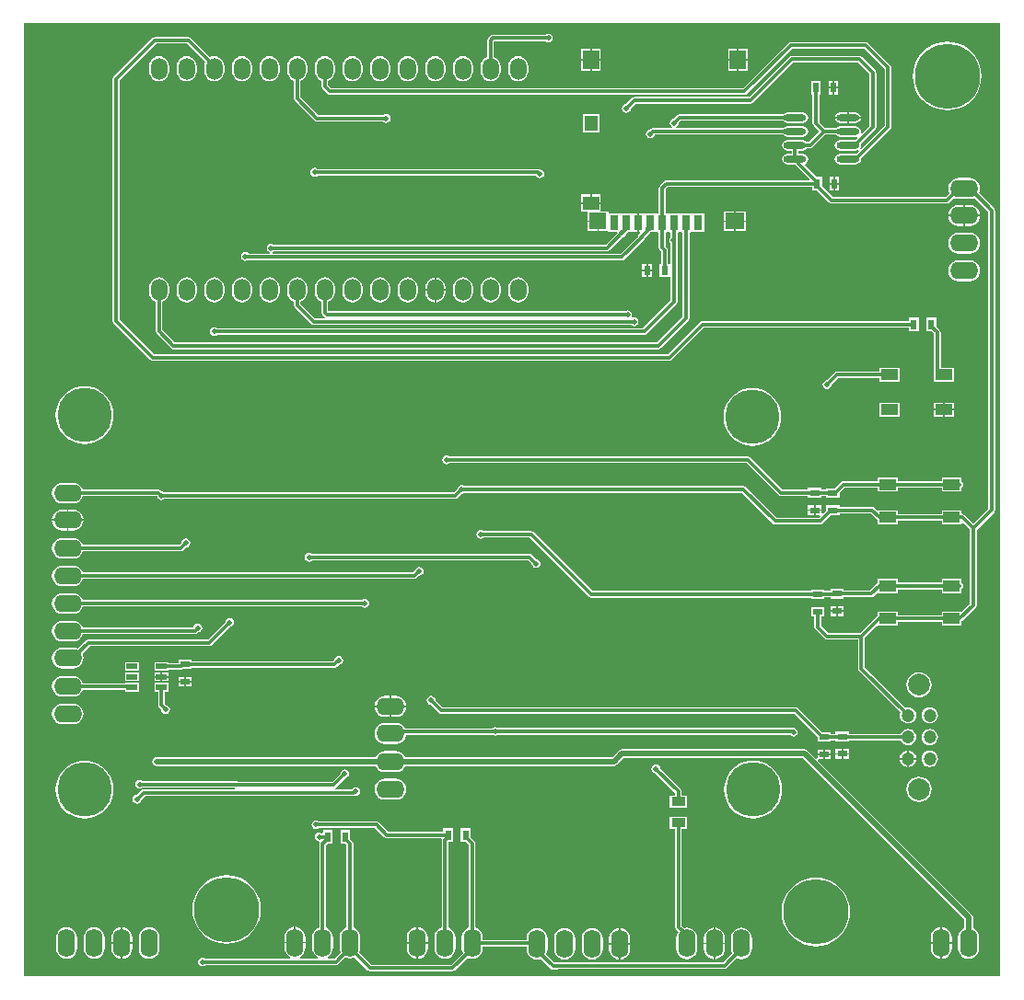
<source format=gtl>
G04*
G04 #@! TF.GenerationSoftware,Altium Limited,Altium Designer,21.0.9 (235)*
G04*
G04 Layer_Physical_Order=1*
G04 Layer_Color=255*
%FSLAX44Y44*%
%MOMM*%
G71*
G04*
G04 #@! TF.SameCoordinates,9AB719E8-7283-4354-A60F-73F0A454480C*
G04*
G04*
G04 #@! TF.FilePolarity,Positive*
G04*
G01*
G75*
%ADD17R,0.8000X1.4000*%
%ADD18R,1.6000X1.5000*%
%ADD19R,1.7000X1.5000*%
%ADD20R,1.5000X1.7000*%
%ADD21R,1.2000X1.4000*%
%ADD22R,1.5000X1.3000*%
%ADD23R,1.3000X0.8500*%
%ADD24R,1.5000X1.0000*%
%ADD25R,0.6000X0.9500*%
%ADD26R,0.9500X0.6000*%
%ADD27R,1.5500X1.0000*%
%ADD28O,2.1000X0.6500*%
%ADD29R,1.0000X0.5000*%
%ADD48C,6.0000*%
%ADD49C,0.3000*%
%ADD50C,0.5000*%
%ADD51O,1.5000X2.0000*%
%ADD52O,2.6000X1.6000*%
%ADD53C,1.2000*%
%ADD54C,2.0000*%
%ADD55O,1.6000X2.6000*%
%ADD56C,0.5000*%
%ADD57C,5.0000*%
G36*
X898441Y878441D02*
X898441Y1558D01*
X1558Y1558D01*
X1558Y878441D01*
X898441Y878441D01*
D02*
G37*
%LPC*%
G36*
X483362Y868948D02*
X481801Y868638D01*
X480740Y867929D01*
X432034D01*
X432033Y867929D01*
X430863Y867696D01*
X429870Y867033D01*
X429870Y867033D01*
X428113Y865275D01*
X427450Y864283D01*
X427217Y863113D01*
X427217Y863112D01*
Y847651D01*
X425737Y847038D01*
X423857Y845595D01*
X422415Y843715D01*
X421508Y841525D01*
X421198Y839176D01*
Y834176D01*
X421508Y831826D01*
X422415Y829637D01*
X423857Y827757D01*
X425737Y826314D01*
X427926Y825408D01*
X430276Y825098D01*
X432626Y825408D01*
X434815Y826314D01*
X436695Y827757D01*
X438138Y829637D01*
X439044Y831826D01*
X439354Y834176D01*
Y839176D01*
X439044Y841525D01*
X438138Y843715D01*
X436695Y845595D01*
X434815Y847038D01*
X433335Y847651D01*
Y861811D01*
X480740D01*
X481801Y861102D01*
X483362Y860792D01*
X484923Y861102D01*
X486246Y861986D01*
X487130Y863309D01*
X487440Y864870D01*
X487130Y866431D01*
X486246Y867754D01*
X484923Y868638D01*
X483362Y868948D01*
D02*
G37*
G36*
X152614Y865897D02*
X152614Y865897D01*
X121412D01*
X121412Y865897D01*
X120241Y865664D01*
X119249Y865001D01*
X83689Y829441D01*
X83026Y828448D01*
X82793Y827278D01*
X82793Y827278D01*
Y604520D01*
X82793Y604520D01*
X83026Y603349D01*
X83689Y602357D01*
X117471Y568575D01*
X118463Y567912D01*
X119634Y567679D01*
X119634Y567679D01*
X594414D01*
X594414Y567679D01*
X595584Y567912D01*
X596577Y568575D01*
X626415Y598413D01*
X814906D01*
Y595222D01*
X823906D01*
Y607722D01*
X814906D01*
Y604531D01*
X625148D01*
X623977Y604298D01*
X622985Y603635D01*
X622985Y603635D01*
X593147Y573797D01*
X120901D01*
X88911Y605787D01*
Y826011D01*
X122679Y859779D01*
X151347D01*
X168121Y843006D01*
X167508Y841525D01*
X167198Y839176D01*
Y834176D01*
X167508Y831826D01*
X168414Y829637D01*
X169857Y827757D01*
X171737Y826314D01*
X173927Y825408D01*
X176276Y825098D01*
X178626Y825408D01*
X180815Y826314D01*
X182695Y827757D01*
X184137Y829637D01*
X185044Y831826D01*
X185354Y834176D01*
Y839176D01*
X185044Y841525D01*
X184137Y843715D01*
X182695Y845595D01*
X180815Y847038D01*
X178626Y847944D01*
X176276Y848254D01*
X173927Y847944D01*
X172446Y847331D01*
X154777Y865001D01*
X153785Y865664D01*
X152614Y865897D01*
D02*
G37*
G36*
X775290Y861212D02*
X775290Y861212D01*
X706008D01*
X706008Y861212D01*
X704837Y860979D01*
X703845Y860316D01*
X662346Y818818D01*
X283804D01*
X280935Y821687D01*
Y825702D01*
X282415Y826314D01*
X284295Y827757D01*
X285737Y829637D01*
X286644Y831826D01*
X286954Y834176D01*
Y839176D01*
X286644Y841525D01*
X285737Y843715D01*
X284295Y845595D01*
X282415Y847038D01*
X280226Y847944D01*
X277876Y848254D01*
X275527Y847944D01*
X273337Y847038D01*
X271457Y845595D01*
X270014Y843715D01*
X269108Y841525D01*
X268798Y839176D01*
Y834176D01*
X269108Y831826D01*
X270014Y829637D01*
X271457Y827757D01*
X273337Y826314D01*
X274817Y825702D01*
Y820420D01*
X274817Y820420D01*
X275050Y819249D01*
X275713Y818257D01*
X280374Y813596D01*
X280374Y813596D01*
X281366Y812933D01*
X282537Y812700D01*
X282537Y812700D01*
X663613D01*
X663613Y812700D01*
X664784Y812933D01*
X665776Y813596D01*
X707274Y855095D01*
X774023D01*
X792645Y836472D01*
Y784651D01*
X770857Y762862D01*
X769870Y763672D01*
X770374Y764427D01*
X770743Y766280D01*
X770506Y767474D01*
X783975Y780943D01*
X783975Y780943D01*
X784638Y781935D01*
X784871Y783106D01*
Y833072D01*
X784871Y833072D01*
X784638Y834243D01*
X783975Y835235D01*
X783975Y835235D01*
X771405Y847805D01*
X770413Y848468D01*
X769242Y848701D01*
X769242Y848701D01*
X707212D01*
X706041Y848468D01*
X705049Y847805D01*
X705049Y847805D01*
X667960Y810716D01*
X562505D01*
X562505Y810716D01*
X561335Y810483D01*
X560342Y809820D01*
X560342Y809820D01*
X554669Y804147D01*
X553417Y803898D01*
X552094Y803014D01*
X551210Y801691D01*
X550900Y800130D01*
X551210Y798569D01*
X552094Y797246D01*
X553417Y796362D01*
X554978Y796052D01*
X556539Y796362D01*
X557862Y797246D01*
X558746Y798569D01*
X558995Y799821D01*
X563772Y804598D01*
X669227D01*
X669227Y804598D01*
X670398Y804831D01*
X671390Y805494D01*
X708479Y842583D01*
X767975D01*
X778753Y831805D01*
Y784373D01*
X771710Y777329D01*
X770539Y777955D01*
X770743Y778980D01*
X770374Y780833D01*
X769324Y782405D01*
X767753Y783454D01*
X765900Y783823D01*
X751400D01*
X749547Y783454D01*
X747975Y782405D01*
X747731Y782039D01*
X738079D01*
X732405Y787713D01*
Y813008D01*
X733846D01*
Y825508D01*
X724846D01*
Y813008D01*
X726287D01*
Y786446D01*
X726287Y786446D01*
X726520Y785275D01*
X727183Y784283D01*
X732486Y778980D01*
X722845Y769339D01*
X721069D01*
X720825Y769705D01*
X719253Y770754D01*
X717400Y771123D01*
X702900D01*
X701047Y770754D01*
X699475Y769705D01*
X698426Y768133D01*
X698057Y766280D01*
X698426Y764427D01*
X699475Y762855D01*
X701047Y761806D01*
X702900Y761437D01*
X707091D01*
Y758423D01*
X702900D01*
X701047Y758054D01*
X699475Y757005D01*
X698426Y755433D01*
X698057Y753580D01*
X698426Y751727D01*
X699475Y750155D01*
X701047Y749106D01*
X702900Y748737D01*
X710525D01*
X710595Y748387D01*
X711258Y747394D01*
X723554Y735098D01*
X723068Y733925D01*
X591985D01*
X591985Y733925D01*
X590814Y733692D01*
X589822Y733029D01*
X589822Y733029D01*
X585815Y729022D01*
X585152Y728030D01*
X584919Y726859D01*
X584919Y726859D01*
Y704790D01*
X584021Y703892D01*
X582478Y703892D01*
X581208Y703892D01*
X566728D01*
Y695392D01*
Y686892D01*
X567623D01*
X568109Y685719D01*
X566289Y683899D01*
X565626Y682906D01*
X565492Y682232D01*
X549767Y666507D01*
X229874D01*
X229749Y667777D01*
X229907Y667808D01*
X230968Y668517D01*
X537162D01*
X537162Y668517D01*
X538333Y668750D01*
X539325Y669413D01*
X551343Y681431D01*
X552595Y681680D01*
X553918Y682564D01*
X554802Y683887D01*
X555051Y685139D01*
X556804Y686892D01*
X560478Y686892D01*
X561748Y686892D01*
X565228D01*
Y695392D01*
Y703892D01*
X561748D01*
X560478Y703892D01*
X559208Y703892D01*
X550748D01*
X549478Y703892D01*
Y703892D01*
X549478D01*
Y703892D01*
X538478Y703892D01*
X538478Y705392D01*
X531478D01*
Y712142D01*
X513478D01*
Y704892D01*
X519478D01*
Y697142D01*
X528978D01*
Y696392D01*
X529728D01*
Y687392D01*
X537415D01*
X538478Y686892D01*
X539541Y686892D01*
X546242D01*
X546792Y686221D01*
X546882Y685622D01*
X535895Y674635D01*
X230968D01*
X229907Y675344D01*
X228346Y675654D01*
X226785Y675344D01*
X225462Y674460D01*
X224578Y673137D01*
X224268Y671576D01*
X224578Y670015D01*
X225462Y668692D01*
X226785Y667808D01*
X226943Y667777D01*
X226818Y666507D01*
X207830D01*
X207608Y666840D01*
X206285Y667724D01*
X204724Y668034D01*
X203163Y667724D01*
X201840Y666840D01*
X200956Y665517D01*
X200646Y663956D01*
X200956Y662395D01*
X201840Y661072D01*
X203163Y660188D01*
X204724Y659878D01*
X206285Y660188D01*
X206586Y660389D01*
X551034D01*
X551034Y660389D01*
X552205Y660622D01*
X553197Y661285D01*
X571050Y679138D01*
X571713Y680130D01*
X571847Y680805D01*
X576641Y685599D01*
X576641Y685599D01*
X577040Y686196D01*
X578539Y686494D01*
X579134Y686892D01*
X582478Y686892D01*
X584021Y686892D01*
X584919Y685994D01*
Y672095D01*
X584919Y672095D01*
X585152Y670925D01*
X585815Y669932D01*
X586965Y668782D01*
Y657252D01*
X585524D01*
Y644752D01*
X594524D01*
Y657252D01*
X593083D01*
Y670049D01*
X593083Y670049D01*
X592850Y671219D01*
X592187Y672212D01*
X592187Y672212D01*
X591037Y673362D01*
Y685994D01*
X591935Y686892D01*
X593478Y686892D01*
X595021Y686892D01*
X595919Y685994D01*
Y682079D01*
X595540Y681826D01*
X594656Y680503D01*
X594346Y678942D01*
X594656Y677381D01*
X595540Y676058D01*
X595919Y675805D01*
Y623613D01*
X570233Y597927D01*
X178898D01*
X177837Y598636D01*
X176276Y598946D01*
X174715Y598636D01*
X173392Y597752D01*
X172508Y596429D01*
X172198Y594868D01*
X172508Y593307D01*
X173392Y591984D01*
X174715Y591100D01*
X176276Y590790D01*
X177837Y591100D01*
X178898Y591809D01*
X571500D01*
X571500Y591809D01*
X572671Y592042D01*
X573663Y592705D01*
X601141Y620183D01*
X601141Y620183D01*
X601804Y621175D01*
X602037Y622346D01*
X602037Y622346D01*
Y677149D01*
X602192Y677381D01*
X602502Y678942D01*
X602192Y680503D01*
X602037Y680735D01*
Y685994D01*
X602935Y686892D01*
X604478Y686892D01*
X606021Y686892D01*
X606919Y685994D01*
Y608451D01*
X583187Y584719D01*
X139951D01*
X128535Y596135D01*
Y622201D01*
X130015Y622814D01*
X131895Y624257D01*
X133337Y626137D01*
X134244Y628326D01*
X134554Y630676D01*
Y635676D01*
X134244Y638026D01*
X133337Y640215D01*
X131895Y642095D01*
X130015Y643538D01*
X127825Y644444D01*
X125476Y644754D01*
X123126Y644444D01*
X120937Y643538D01*
X119057Y642095D01*
X117614Y640215D01*
X116708Y638026D01*
X116398Y635676D01*
Y630676D01*
X116708Y628326D01*
X117614Y626137D01*
X119057Y624257D01*
X120937Y622814D01*
X122417Y622201D01*
Y594868D01*
X122417Y594868D01*
X122650Y593698D01*
X123313Y592705D01*
X136521Y579497D01*
X137514Y578834D01*
X138684Y578601D01*
X584454D01*
X584454Y578601D01*
X585625Y578834D01*
X586617Y579497D01*
X612141Y605021D01*
X612141Y605021D01*
X612804Y606013D01*
X613037Y607184D01*
X613037Y607184D01*
Y685994D01*
X613935Y686892D01*
X615478Y686892D01*
X616748Y686892D01*
X626478D01*
Y703892D01*
X616748D01*
X615478Y703892D01*
X614208Y703892D01*
X605748D01*
X604478Y703892D01*
X603208Y703892D01*
X594748D01*
X593478Y703892D01*
X591935Y703892D01*
X591037Y704790D01*
Y725592D01*
X593252Y727807D01*
X725862D01*
Y724616D01*
X730536D01*
X741543Y713609D01*
X741543Y713609D01*
X742535Y712946D01*
X743706Y712713D01*
X743706Y712713D01*
X849856D01*
X849856Y712713D01*
X851027Y712946D01*
X852019Y713609D01*
X856420Y718010D01*
X858152Y717292D01*
X860632Y716966D01*
X870632D01*
X873112Y717292D01*
X874844Y718010D01*
X887973Y704881D01*
Y432051D01*
X874014Y418092D01*
X865999Y426107D01*
X865006Y426770D01*
X863836Y427003D01*
X863384Y428112D01*
Y430444D01*
X844884D01*
Y427003D01*
X804384D01*
Y430444D01*
X785884D01*
X785884Y430444D01*
Y430444D01*
X784870Y431034D01*
X783468Y432436D01*
X782476Y433099D01*
X781305Y433332D01*
X781305Y433332D01*
X751136D01*
Y434773D01*
X738636D01*
Y430099D01*
X735713Y427175D01*
X734540Y427661D01*
Y429706D01*
X729040D01*
Y425956D01*
X732834D01*
X733320Y424783D01*
X732039Y423502D01*
X693090D01*
X664849Y451743D01*
X663857Y452406D01*
X662686Y452639D01*
X662686Y452639D01*
X406228D01*
X405167Y453348D01*
X403606Y453658D01*
X402045Y453348D01*
X400722Y452464D01*
X399838Y451141D01*
X399589Y449889D01*
X396497Y446797D01*
X130240D01*
X129179Y447506D01*
X127927Y447755D01*
X127241Y448441D01*
X126249Y449104D01*
X125078Y449337D01*
X125078Y449337D01*
X55418D01*
X54700Y451069D01*
X53177Y453053D01*
X51193Y454576D01*
X48882Y455533D01*
X46402Y455860D01*
X36402D01*
X33922Y455533D01*
X31611Y454576D01*
X29627Y453053D01*
X28104Y451069D01*
X27146Y448758D01*
X26820Y446278D01*
X27146Y443798D01*
X28104Y441487D01*
X29627Y439502D01*
X31611Y437980D01*
X33922Y437023D01*
X36402Y436696D01*
X46402D01*
X48882Y437023D01*
X51193Y437980D01*
X53177Y439502D01*
X54700Y441487D01*
X55418Y443219D01*
X123643D01*
X123850Y442177D01*
X124734Y440854D01*
X126057Y439970D01*
X127618Y439660D01*
X129179Y439970D01*
X130240Y440679D01*
X397764D01*
X397764Y440679D01*
X398935Y440912D01*
X399927Y441575D01*
X403915Y445563D01*
X405167Y445812D01*
X406228Y446521D01*
X661419D01*
X689660Y418280D01*
X689660Y418280D01*
X690653Y417617D01*
X691823Y417384D01*
X733306D01*
X733307Y417384D01*
X734477Y417617D01*
X735469Y418280D01*
X742962Y425773D01*
X751136D01*
Y427214D01*
X780038D01*
X785471Y421781D01*
X785471Y421781D01*
X785884Y421505D01*
Y417444D01*
X804384D01*
Y420885D01*
X844884D01*
Y417444D01*
X863384D01*
Y418411D01*
X864557Y418897D01*
X870955Y412499D01*
Y344370D01*
X864400Y337815D01*
X863384Y337223D01*
Y337223D01*
X863384Y337223D01*
X844884D01*
Y333782D01*
X804384D01*
Y337223D01*
X785884D01*
Y333162D01*
X785471Y332886D01*
X785471Y332886D01*
X769877Y317292D01*
X740780D01*
X734003Y324069D01*
Y332518D01*
X737194D01*
Y341518D01*
X724694D01*
Y332518D01*
X727885D01*
Y322802D01*
X727885Y322802D01*
X728118Y321631D01*
X728781Y320639D01*
X737350Y312070D01*
X738342Y311407D01*
X739513Y311174D01*
X739513Y311174D01*
X768085D01*
Y284466D01*
X768085Y284466D01*
X768318Y283295D01*
X768981Y282303D01*
X806969Y244315D01*
X806669Y243592D01*
X806411Y241634D01*
X806669Y239676D01*
X807425Y237852D01*
X808627Y236285D01*
X810194Y235083D01*
X812018Y234327D01*
X813976Y234069D01*
X815934Y234327D01*
X817758Y235083D01*
X819325Y236285D01*
X820527Y237852D01*
X821283Y239676D01*
X821541Y241634D01*
X821283Y243592D01*
X820527Y245416D01*
X819325Y246983D01*
X817758Y248185D01*
X815934Y248941D01*
X813976Y249199D01*
X812018Y248941D01*
X811294Y248641D01*
X774203Y285733D01*
Y312966D01*
X784867Y323631D01*
X785884Y324223D01*
Y324223D01*
X785884Y324223D01*
X804384D01*
Y327664D01*
X844884D01*
Y324223D01*
X863384D01*
Y328284D01*
X863797Y328560D01*
X876177Y340940D01*
X876177Y340940D01*
X876840Y341933D01*
X877073Y343103D01*
X877073Y343103D01*
Y412499D01*
X893195Y428621D01*
X893858Y429613D01*
X894091Y430784D01*
Y706148D01*
X894091Y706148D01*
X893858Y707318D01*
X893195Y708311D01*
X879170Y722336D01*
X879887Y724068D01*
X880214Y726548D01*
X879887Y729028D01*
X878930Y731339D01*
X877408Y733324D01*
X875423Y734846D01*
X873112Y735804D01*
X870632Y736130D01*
X860632D01*
X858152Y735804D01*
X855841Y734846D01*
X853857Y733324D01*
X852334Y731339D01*
X851376Y729028D01*
X851050Y726548D01*
X851376Y724068D01*
X852094Y722336D01*
X848589Y718831D01*
X744973D01*
X734862Y728942D01*
Y737116D01*
X730188D01*
X719371Y747933D01*
X719697Y749402D01*
X720825Y750155D01*
X721874Y751727D01*
X722243Y753580D01*
X721874Y755433D01*
X720825Y757005D01*
X719253Y758054D01*
X717400Y758423D01*
X713209D01*
Y761437D01*
X717400D01*
X719253Y761806D01*
X720825Y762855D01*
X721069Y763221D01*
X724112D01*
X724112Y763221D01*
X725283Y763454D01*
X726275Y764117D01*
X738079Y775921D01*
X747731D01*
X747975Y775555D01*
X749547Y774506D01*
X751400Y774137D01*
X765900D01*
X766925Y774341D01*
X767551Y773170D01*
X765503Y771123D01*
X751400D01*
X749547Y770754D01*
X747975Y769705D01*
X746926Y768133D01*
X746557Y766280D01*
X746926Y764427D01*
X747975Y762855D01*
X749547Y761806D01*
X751400Y761437D01*
X765900D01*
X767753Y761806D01*
X768508Y762310D01*
X769318Y761323D01*
X766331Y758337D01*
X765900Y758423D01*
X751400D01*
X749547Y758054D01*
X747975Y757005D01*
X746926Y755433D01*
X746557Y753580D01*
X746926Y751727D01*
X747975Y750155D01*
X749547Y749106D01*
X751400Y748737D01*
X765900D01*
X767753Y749106D01*
X769324Y750155D01*
X770374Y751727D01*
X770743Y753580D01*
X770657Y754012D01*
X797867Y781221D01*
X797867Y781221D01*
X798530Y782213D01*
X798763Y783384D01*
X798763Y783384D01*
Y837739D01*
X798530Y838910D01*
X797867Y839902D01*
X797867Y839902D01*
X777453Y860316D01*
X776460Y860979D01*
X775290Y861212D01*
D02*
G37*
G36*
X666478Y854892D02*
X658228D01*
Y845642D01*
X666478D01*
Y854892D01*
D02*
G37*
G36*
X656728D02*
X648478D01*
Y845642D01*
X656728D01*
Y854892D01*
D02*
G37*
G36*
X531478D02*
X523228D01*
Y845642D01*
X531478D01*
Y854892D01*
D02*
G37*
G36*
X521728D02*
X513478D01*
Y845642D01*
X521728D01*
Y854892D01*
D02*
G37*
G36*
X666478Y844142D02*
X658228D01*
Y834892D01*
X666478D01*
Y844142D01*
D02*
G37*
G36*
X656728D02*
X648478D01*
Y834892D01*
X656728D01*
Y844142D01*
D02*
G37*
G36*
X531478D02*
X523228D01*
Y834892D01*
X531478D01*
Y844142D01*
D02*
G37*
G36*
X521728D02*
X513478D01*
Y834892D01*
X521728D01*
Y844142D01*
D02*
G37*
G36*
X455676Y848254D02*
X453326Y847944D01*
X451137Y847038D01*
X449257Y845595D01*
X447814Y843715D01*
X446908Y841525D01*
X446598Y839176D01*
Y834176D01*
X446908Y831826D01*
X447814Y829637D01*
X449257Y827757D01*
X451137Y826314D01*
X453326Y825408D01*
X455676Y825098D01*
X458026Y825408D01*
X460215Y826314D01*
X462095Y827757D01*
X463537Y829637D01*
X464444Y831826D01*
X464754Y834176D01*
Y839176D01*
X464444Y841525D01*
X463537Y843715D01*
X462095Y845595D01*
X460215Y847038D01*
X458026Y847944D01*
X455676Y848254D01*
D02*
G37*
G36*
X404876D02*
X402527Y847944D01*
X400337Y847038D01*
X398457Y845595D01*
X397015Y843715D01*
X396108Y841525D01*
X395798Y839176D01*
Y834176D01*
X396108Y831826D01*
X397015Y829637D01*
X398457Y827757D01*
X400337Y826314D01*
X402527Y825408D01*
X404876Y825098D01*
X407225Y825408D01*
X409415Y826314D01*
X411295Y827757D01*
X412738Y829637D01*
X413644Y831826D01*
X413954Y834176D01*
Y839176D01*
X413644Y841525D01*
X412738Y843715D01*
X411295Y845595D01*
X409415Y847038D01*
X407225Y847944D01*
X404876Y848254D01*
D02*
G37*
G36*
X379476D02*
X377127Y847944D01*
X374937Y847038D01*
X373057Y845595D01*
X371614Y843715D01*
X370708Y841525D01*
X370398Y839176D01*
Y834176D01*
X370708Y831826D01*
X371614Y829637D01*
X373057Y827757D01*
X374937Y826314D01*
X377127Y825408D01*
X379476Y825098D01*
X381825Y825408D01*
X384015Y826314D01*
X385895Y827757D01*
X387337Y829637D01*
X388244Y831826D01*
X388554Y834176D01*
Y839176D01*
X388244Y841525D01*
X387337Y843715D01*
X385895Y845595D01*
X384015Y847038D01*
X381825Y847944D01*
X379476Y848254D01*
D02*
G37*
G36*
X354076D02*
X351726Y847944D01*
X349537Y847038D01*
X347657Y845595D01*
X346214Y843715D01*
X345308Y841525D01*
X344998Y839176D01*
Y834176D01*
X345308Y831826D01*
X346214Y829637D01*
X347657Y827757D01*
X349537Y826314D01*
X351726Y825408D01*
X354076Y825098D01*
X356426Y825408D01*
X358615Y826314D01*
X360495Y827757D01*
X361937Y829637D01*
X362844Y831826D01*
X363154Y834176D01*
Y839176D01*
X362844Y841525D01*
X361937Y843715D01*
X360495Y845595D01*
X358615Y847038D01*
X356426Y847944D01*
X354076Y848254D01*
D02*
G37*
G36*
X328676D02*
X326326Y847944D01*
X324137Y847038D01*
X322257Y845595D01*
X320815Y843715D01*
X319908Y841525D01*
X319598Y839176D01*
Y834176D01*
X319908Y831826D01*
X320815Y829637D01*
X322257Y827757D01*
X324137Y826314D01*
X326326Y825408D01*
X328676Y825098D01*
X331026Y825408D01*
X333215Y826314D01*
X335095Y827757D01*
X336538Y829637D01*
X337444Y831826D01*
X337754Y834176D01*
Y839176D01*
X337444Y841525D01*
X336538Y843715D01*
X335095Y845595D01*
X333215Y847038D01*
X331026Y847944D01*
X328676Y848254D01*
D02*
G37*
G36*
X303276D02*
X300926Y847944D01*
X298737Y847038D01*
X296857Y845595D01*
X295415Y843715D01*
X294508Y841525D01*
X294198Y839176D01*
Y834176D01*
X294508Y831826D01*
X295415Y829637D01*
X296857Y827757D01*
X298737Y826314D01*
X300926Y825408D01*
X303276Y825098D01*
X305625Y825408D01*
X307815Y826314D01*
X309695Y827757D01*
X311138Y829637D01*
X312044Y831826D01*
X312354Y834176D01*
Y839176D01*
X312044Y841525D01*
X311138Y843715D01*
X309695Y845595D01*
X307815Y847038D01*
X305625Y847944D01*
X303276Y848254D01*
D02*
G37*
G36*
X227076D02*
X224727Y847944D01*
X222537Y847038D01*
X220657Y845595D01*
X219214Y843715D01*
X218308Y841525D01*
X217998Y839176D01*
Y834176D01*
X218308Y831826D01*
X219214Y829637D01*
X220657Y827757D01*
X222537Y826314D01*
X224727Y825408D01*
X227076Y825098D01*
X229426Y825408D01*
X231615Y826314D01*
X233495Y827757D01*
X234937Y829637D01*
X235844Y831826D01*
X236154Y834176D01*
Y839176D01*
X235844Y841525D01*
X234937Y843715D01*
X233495Y845595D01*
X231615Y847038D01*
X229426Y847944D01*
X227076Y848254D01*
D02*
G37*
G36*
X201676D02*
X199326Y847944D01*
X197137Y847038D01*
X195257Y845595D01*
X193815Y843715D01*
X192908Y841525D01*
X192598Y839176D01*
Y834176D01*
X192908Y831826D01*
X193815Y829637D01*
X195257Y827757D01*
X197137Y826314D01*
X199326Y825408D01*
X201676Y825098D01*
X204025Y825408D01*
X206215Y826314D01*
X208095Y827757D01*
X209538Y829637D01*
X210444Y831826D01*
X210754Y834176D01*
Y839176D01*
X210444Y841525D01*
X209538Y843715D01*
X208095Y845595D01*
X206215Y847038D01*
X204025Y847944D01*
X201676Y848254D01*
D02*
G37*
G36*
X150876D02*
X148526Y847944D01*
X146337Y847038D01*
X144457Y845595D01*
X143014Y843715D01*
X142108Y841525D01*
X141798Y839176D01*
Y834176D01*
X142108Y831826D01*
X143014Y829637D01*
X144457Y827757D01*
X146337Y826314D01*
X148526Y825408D01*
X150876Y825098D01*
X153225Y825408D01*
X155415Y826314D01*
X157295Y827757D01*
X158737Y829637D01*
X159644Y831826D01*
X159954Y834176D01*
Y839176D01*
X159644Y841525D01*
X158737Y843715D01*
X157295Y845595D01*
X155415Y847038D01*
X153225Y847944D01*
X150876Y848254D01*
D02*
G37*
G36*
X125476D02*
X123126Y847944D01*
X120937Y847038D01*
X119057Y845595D01*
X117614Y843715D01*
X116708Y841525D01*
X116398Y839176D01*
Y834176D01*
X116708Y831826D01*
X117614Y829637D01*
X119057Y827757D01*
X120937Y826314D01*
X123126Y825408D01*
X125476Y825098D01*
X127825Y825408D01*
X130015Y826314D01*
X131895Y827757D01*
X133337Y829637D01*
X134244Y831826D01*
X134554Y834176D01*
Y839176D01*
X134244Y841525D01*
X133337Y843715D01*
X131895Y845595D01*
X130015Y847038D01*
X127825Y847944D01*
X125476Y848254D01*
D02*
G37*
G36*
X749846Y825508D02*
X746096D01*
Y820008D01*
X749846D01*
Y825508D01*
D02*
G37*
G36*
X744596D02*
X740846D01*
Y820008D01*
X744596D01*
Y825508D01*
D02*
G37*
G36*
X749846Y818508D02*
X746096D01*
Y813008D01*
X749846D01*
Y818508D01*
D02*
G37*
G36*
X744596D02*
X740846D01*
Y813008D01*
X744596D01*
Y818508D01*
D02*
G37*
G36*
X850000Y861597D02*
X845057Y861208D01*
X840236Y860051D01*
X835655Y858154D01*
X831428Y855563D01*
X827657Y852343D01*
X824437Y848572D01*
X821846Y844345D01*
X819949Y839764D01*
X818792Y834943D01*
X818403Y830000D01*
X818792Y825057D01*
X819949Y820236D01*
X821846Y815655D01*
X824437Y811428D01*
X827657Y807657D01*
X831428Y804437D01*
X835655Y801846D01*
X840236Y799949D01*
X845057Y798792D01*
X850000Y798403D01*
X854943Y798792D01*
X859764Y799949D01*
X864345Y801846D01*
X868572Y804437D01*
X872343Y807657D01*
X875563Y811428D01*
X878154Y815655D01*
X880051Y820236D01*
X881208Y825057D01*
X881597Y830000D01*
X881208Y834943D01*
X880051Y839764D01*
X878154Y844345D01*
X875563Y848572D01*
X872343Y852343D01*
X868572Y855563D01*
X864345Y858154D01*
X859764Y860051D01*
X854943Y861208D01*
X850000Y861597D01*
D02*
G37*
G36*
X717400Y796523D02*
X702900D01*
X701047Y796154D01*
X699475Y795105D01*
X699231Y794739D01*
X603766D01*
X603766Y794739D01*
X602595Y794506D01*
X601603Y793843D01*
X598669Y790909D01*
X597417Y790660D01*
X596094Y789776D01*
X595210Y788453D01*
X594900Y786892D01*
X595210Y785331D01*
X596094Y784008D01*
X597141Y783309D01*
X596859Y782039D01*
X579226D01*
X579226Y782039D01*
X578055Y781806D01*
X577063Y781143D01*
X577063Y781143D01*
X576669Y780749D01*
X575417Y780500D01*
X574094Y779616D01*
X573210Y778293D01*
X572900Y776732D01*
X573210Y775171D01*
X574094Y773848D01*
X575417Y772964D01*
X576978Y772654D01*
X578539Y772964D01*
X579862Y773848D01*
X580746Y775171D01*
X580895Y775921D01*
X699231D01*
X699475Y775555D01*
X701047Y774506D01*
X702900Y774137D01*
X717400D01*
X719253Y774506D01*
X720825Y775555D01*
X721874Y777127D01*
X722243Y778980D01*
X721874Y780833D01*
X720825Y782405D01*
X719253Y783454D01*
X717400Y783823D01*
X702900D01*
X701047Y783454D01*
X699475Y782405D01*
X699231Y782039D01*
X601097D01*
X600815Y783309D01*
X601862Y784008D01*
X602746Y785331D01*
X602995Y786583D01*
X605033Y788621D01*
X699231D01*
X699475Y788255D01*
X701047Y787206D01*
X702900Y786837D01*
X717400D01*
X719253Y787206D01*
X720825Y788255D01*
X721874Y789827D01*
X722243Y791680D01*
X721874Y793533D01*
X720825Y795105D01*
X719253Y796154D01*
X717400Y796523D01*
D02*
G37*
G36*
X765900D02*
X759400D01*
Y792430D01*
X770594D01*
X770374Y793533D01*
X769324Y795105D01*
X767753Y796154D01*
X765900Y796523D01*
D02*
G37*
G36*
X757900D02*
X751400D01*
X749547Y796154D01*
X747975Y795105D01*
X746926Y793533D01*
X746706Y792430D01*
X757900D01*
Y796523D01*
D02*
G37*
G36*
X252476Y848254D02*
X250126Y847944D01*
X247937Y847038D01*
X246057Y845595D01*
X244615Y843715D01*
X243708Y841525D01*
X243398Y839176D01*
Y834176D01*
X243708Y831826D01*
X244615Y829637D01*
X246057Y827757D01*
X247937Y826314D01*
X249417Y825702D01*
Y808990D01*
X249417Y808990D01*
X249650Y807820D01*
X250313Y806827D01*
X268347Y788793D01*
X268347Y788793D01*
X269340Y788130D01*
X270510Y787897D01*
X270510Y787897D01*
X331388D01*
X332449Y787188D01*
X334010Y786878D01*
X335571Y787188D01*
X336894Y788072D01*
X337778Y789395D01*
X338088Y790956D01*
X337778Y792517D01*
X336894Y793840D01*
X335571Y794724D01*
X334010Y795034D01*
X332449Y794724D01*
X331388Y794015D01*
X271777D01*
X255535Y810257D01*
Y825702D01*
X257015Y826314D01*
X258895Y827757D01*
X260338Y829637D01*
X261244Y831826D01*
X261554Y834176D01*
Y839176D01*
X261244Y841525D01*
X260338Y843715D01*
X258895Y845595D01*
X257015Y847038D01*
X254825Y847944D01*
X252476Y848254D01*
D02*
G37*
G36*
X770594Y790930D02*
X759400D01*
Y786837D01*
X765900D01*
X767753Y787206D01*
X769324Y788255D01*
X770374Y789827D01*
X770594Y790930D01*
D02*
G37*
G36*
X757900D02*
X746706D01*
X746926Y789827D01*
X747975Y788255D01*
X749547Y787206D01*
X751400Y786837D01*
X757900D01*
Y790930D01*
D02*
G37*
G36*
X529978Y795392D02*
X514978D01*
Y778392D01*
X529978D01*
Y795392D01*
D02*
G37*
G36*
X268478Y745504D02*
X266917Y745194D01*
X265594Y744310D01*
X264710Y742987D01*
X264400Y741426D01*
X264710Y739865D01*
X265594Y738542D01*
X266917Y737658D01*
X268478Y737348D01*
X270039Y737658D01*
X271100Y738367D01*
X471715D01*
X471720Y738341D01*
X472604Y737018D01*
X473927Y736134D01*
X475488Y735824D01*
X477049Y736134D01*
X478372Y737018D01*
X479256Y738341D01*
X479566Y739902D01*
X479256Y741463D01*
X478372Y742786D01*
X477049Y743670D01*
X475564Y743965D01*
X475135Y744252D01*
X473964Y744485D01*
X473964Y744485D01*
X271100D01*
X270039Y745194D01*
X268478Y745504D01*
D02*
G37*
G36*
X750862Y737116D02*
X747112D01*
Y731616D01*
X750862D01*
Y737116D01*
D02*
G37*
G36*
X745612D02*
X741862D01*
Y731616D01*
X745612D01*
Y737116D01*
D02*
G37*
G36*
X750862Y730116D02*
X747112D01*
Y724616D01*
X750862D01*
Y730116D01*
D02*
G37*
G36*
X745612D02*
X741862D01*
Y724616D01*
X745612D01*
Y730116D01*
D02*
G37*
G36*
X531478Y720892D02*
X523228D01*
Y713642D01*
X531478D01*
Y720892D01*
D02*
G37*
G36*
X521728D02*
X513478D01*
Y713642D01*
X521728D01*
Y720892D01*
D02*
G37*
G36*
X870632Y711130D02*
X866382D01*
Y702298D01*
X880115D01*
X879887Y704028D01*
X878930Y706339D01*
X877408Y708323D01*
X875423Y709846D01*
X873112Y710804D01*
X870632Y711130D01*
D02*
G37*
G36*
X864882D02*
X860632D01*
X858152Y710804D01*
X855841Y709846D01*
X853857Y708323D01*
X852334Y706339D01*
X851376Y704028D01*
X851149Y702298D01*
X864882D01*
Y711130D01*
D02*
G37*
G36*
X664978Y705392D02*
X655728D01*
Y697142D01*
X664978D01*
Y705392D01*
D02*
G37*
G36*
X654228D02*
X644978D01*
Y697142D01*
X654228D01*
Y705392D01*
D02*
G37*
G36*
X880115Y700798D02*
X866382D01*
Y691966D01*
X870632D01*
X873112Y692292D01*
X875423Y693250D01*
X877408Y694772D01*
X878930Y696757D01*
X879887Y699068D01*
X880115Y700798D01*
D02*
G37*
G36*
X864882D02*
X851149D01*
X851376Y699068D01*
X852334Y696757D01*
X853857Y694772D01*
X855841Y693250D01*
X858152Y692292D01*
X860632Y691966D01*
X864882D01*
Y700798D01*
D02*
G37*
G36*
X664978Y695642D02*
X655728D01*
Y687392D01*
X664978D01*
Y695642D01*
D02*
G37*
G36*
X654228D02*
X644978D01*
Y687392D01*
X654228D01*
Y695642D01*
D02*
G37*
G36*
X528228D02*
X519478D01*
Y687392D01*
X528228D01*
Y695642D01*
D02*
G37*
G36*
X870632Y685730D02*
X860632D01*
X858152Y685404D01*
X855841Y684446D01*
X853857Y682923D01*
X852334Y680939D01*
X851376Y678628D01*
X851050Y676148D01*
X851376Y673668D01*
X852334Y671357D01*
X853857Y669372D01*
X855841Y667850D01*
X858152Y666892D01*
X860632Y666566D01*
X870632D01*
X873112Y666892D01*
X875423Y667850D01*
X877408Y669372D01*
X878930Y671357D01*
X879887Y673668D01*
X880214Y676148D01*
X879887Y678628D01*
X878930Y680939D01*
X877408Y682923D01*
X875423Y684446D01*
X873112Y685404D01*
X870632Y685730D01*
D02*
G37*
G36*
X578524Y657252D02*
X574774D01*
Y651752D01*
X578524D01*
Y657252D01*
D02*
G37*
G36*
X573274D02*
X569524D01*
Y651752D01*
X573274D01*
Y657252D01*
D02*
G37*
G36*
X578524Y650252D02*
X574774D01*
Y644752D01*
X578524D01*
Y650252D01*
D02*
G37*
G36*
X573274D02*
X569524D01*
Y644752D01*
X573274D01*
Y650252D01*
D02*
G37*
G36*
X870632Y660330D02*
X860632D01*
X858152Y660004D01*
X855841Y659046D01*
X853857Y657523D01*
X852334Y655539D01*
X851376Y653228D01*
X851050Y650748D01*
X851376Y648268D01*
X852334Y645957D01*
X853857Y643972D01*
X855841Y642450D01*
X858152Y641492D01*
X860632Y641166D01*
X870632D01*
X873112Y641492D01*
X875423Y642450D01*
X877408Y643972D01*
X878930Y645957D01*
X879887Y648268D01*
X880214Y650748D01*
X879887Y653228D01*
X878930Y655539D01*
X877408Y657523D01*
X875423Y659046D01*
X873112Y660004D01*
X870632Y660330D01*
D02*
G37*
G36*
X380226Y644655D02*
Y633926D01*
X388554D01*
Y635676D01*
X388244Y638026D01*
X387337Y640215D01*
X385895Y642095D01*
X384015Y643538D01*
X381825Y644444D01*
X380226Y644655D01*
D02*
G37*
G36*
X378726Y644655D02*
X377127Y644444D01*
X374937Y643538D01*
X373057Y642095D01*
X371614Y640215D01*
X370708Y638026D01*
X370398Y635676D01*
Y633926D01*
X378726D01*
Y644655D01*
D02*
G37*
G36*
Y632426D02*
X370398D01*
Y630676D01*
X370708Y628326D01*
X371614Y626137D01*
X373057Y624257D01*
X374937Y622814D01*
X377127Y621908D01*
X378726Y621697D01*
Y632426D01*
D02*
G37*
G36*
X388554D02*
X380226D01*
Y621697D01*
X381825Y621908D01*
X384015Y622814D01*
X385895Y624257D01*
X387337Y626137D01*
X388244Y628326D01*
X388554Y630676D01*
Y632426D01*
D02*
G37*
G36*
X455676Y644754D02*
X453326Y644444D01*
X451137Y643538D01*
X449257Y642095D01*
X447814Y640215D01*
X446908Y638026D01*
X446598Y635676D01*
Y630676D01*
X446908Y628326D01*
X447814Y626137D01*
X449257Y624257D01*
X451137Y622814D01*
X453326Y621908D01*
X455676Y621598D01*
X458026Y621908D01*
X460215Y622814D01*
X462095Y624257D01*
X463537Y626137D01*
X464444Y628326D01*
X464754Y630676D01*
Y635676D01*
X464444Y638026D01*
X463537Y640215D01*
X462095Y642095D01*
X460215Y643538D01*
X458026Y644444D01*
X455676Y644754D01*
D02*
G37*
G36*
X430276D02*
X427926Y644444D01*
X425737Y643538D01*
X423857Y642095D01*
X422415Y640215D01*
X421508Y638026D01*
X421198Y635676D01*
Y630676D01*
X421508Y628326D01*
X422415Y626137D01*
X423857Y624257D01*
X425737Y622814D01*
X427926Y621908D01*
X430276Y621598D01*
X432626Y621908D01*
X434815Y622814D01*
X436695Y624257D01*
X438138Y626137D01*
X439044Y628326D01*
X439354Y630676D01*
Y635676D01*
X439044Y638026D01*
X438138Y640215D01*
X436695Y642095D01*
X434815Y643538D01*
X432626Y644444D01*
X430276Y644754D01*
D02*
G37*
G36*
X404876D02*
X402527Y644444D01*
X400337Y643538D01*
X398457Y642095D01*
X397015Y640215D01*
X396108Y638026D01*
X395798Y635676D01*
Y630676D01*
X396108Y628326D01*
X397015Y626137D01*
X398457Y624257D01*
X400337Y622814D01*
X402527Y621908D01*
X404876Y621598D01*
X407225Y621908D01*
X409415Y622814D01*
X411295Y624257D01*
X412738Y626137D01*
X413644Y628326D01*
X413954Y630676D01*
Y635676D01*
X413644Y638026D01*
X412738Y640215D01*
X411295Y642095D01*
X409415Y643538D01*
X407225Y644444D01*
X404876Y644754D01*
D02*
G37*
G36*
X354076D02*
X351726Y644444D01*
X349537Y643538D01*
X347657Y642095D01*
X346214Y640215D01*
X345308Y638026D01*
X344998Y635676D01*
Y630676D01*
X345308Y628326D01*
X346214Y626137D01*
X347657Y624257D01*
X349537Y622814D01*
X351726Y621908D01*
X354076Y621598D01*
X356426Y621908D01*
X358615Y622814D01*
X360495Y624257D01*
X361937Y626137D01*
X362844Y628326D01*
X363154Y630676D01*
Y635676D01*
X362844Y638026D01*
X361937Y640215D01*
X360495Y642095D01*
X358615Y643538D01*
X356426Y644444D01*
X354076Y644754D01*
D02*
G37*
G36*
X328676D02*
X326326Y644444D01*
X324137Y643538D01*
X322257Y642095D01*
X320815Y640215D01*
X319908Y638026D01*
X319598Y635676D01*
Y630676D01*
X319908Y628326D01*
X320815Y626137D01*
X322257Y624257D01*
X324137Y622814D01*
X326326Y621908D01*
X328676Y621598D01*
X331026Y621908D01*
X333215Y622814D01*
X335095Y624257D01*
X336538Y626137D01*
X337444Y628326D01*
X337754Y630676D01*
Y635676D01*
X337444Y638026D01*
X336538Y640215D01*
X335095Y642095D01*
X333215Y643538D01*
X331026Y644444D01*
X328676Y644754D01*
D02*
G37*
G36*
X303276D02*
X300926Y644444D01*
X298737Y643538D01*
X296857Y642095D01*
X295415Y640215D01*
X294508Y638026D01*
X294198Y635676D01*
Y630676D01*
X294508Y628326D01*
X295415Y626137D01*
X296857Y624257D01*
X298737Y622814D01*
X300926Y621908D01*
X303276Y621598D01*
X305625Y621908D01*
X307815Y622814D01*
X309695Y624257D01*
X311138Y626137D01*
X312044Y628326D01*
X312354Y630676D01*
Y635676D01*
X312044Y638026D01*
X311138Y640215D01*
X309695Y642095D01*
X307815Y643538D01*
X305625Y644444D01*
X303276Y644754D01*
D02*
G37*
G36*
X227076D02*
X224727Y644444D01*
X222537Y643538D01*
X220657Y642095D01*
X219214Y640215D01*
X218308Y638026D01*
X217998Y635676D01*
Y630676D01*
X218308Y628326D01*
X219214Y626137D01*
X220657Y624257D01*
X222537Y622814D01*
X224727Y621908D01*
X227076Y621598D01*
X229426Y621908D01*
X231615Y622814D01*
X233495Y624257D01*
X234937Y626137D01*
X235844Y628326D01*
X236154Y630676D01*
Y635676D01*
X235844Y638026D01*
X234937Y640215D01*
X233495Y642095D01*
X231615Y643538D01*
X229426Y644444D01*
X227076Y644754D01*
D02*
G37*
G36*
X201676D02*
X199326Y644444D01*
X197137Y643538D01*
X195257Y642095D01*
X193815Y640215D01*
X192908Y638026D01*
X192598Y635676D01*
Y630676D01*
X192908Y628326D01*
X193815Y626137D01*
X195257Y624257D01*
X197137Y622814D01*
X199326Y621908D01*
X201676Y621598D01*
X204025Y621908D01*
X206215Y622814D01*
X208095Y624257D01*
X209538Y626137D01*
X210444Y628326D01*
X210754Y630676D01*
Y635676D01*
X210444Y638026D01*
X209538Y640215D01*
X208095Y642095D01*
X206215Y643538D01*
X204025Y644444D01*
X201676Y644754D01*
D02*
G37*
G36*
X176276D02*
X173927Y644444D01*
X171737Y643538D01*
X169857Y642095D01*
X168414Y640215D01*
X167508Y638026D01*
X167198Y635676D01*
Y630676D01*
X167508Y628326D01*
X168414Y626137D01*
X169857Y624257D01*
X171737Y622814D01*
X173927Y621908D01*
X176276Y621598D01*
X178626Y621908D01*
X180815Y622814D01*
X182695Y624257D01*
X184137Y626137D01*
X185044Y628326D01*
X185354Y630676D01*
Y635676D01*
X185044Y638026D01*
X184137Y640215D01*
X182695Y642095D01*
X180815Y643538D01*
X178626Y644444D01*
X176276Y644754D01*
D02*
G37*
G36*
X150876D02*
X148526Y644444D01*
X146337Y643538D01*
X144457Y642095D01*
X143014Y640215D01*
X142108Y638026D01*
X141798Y635676D01*
Y630676D01*
X142108Y628326D01*
X143014Y626137D01*
X144457Y624257D01*
X146337Y622814D01*
X148526Y621908D01*
X150876Y621598D01*
X153225Y621908D01*
X155415Y622814D01*
X157295Y624257D01*
X158737Y626137D01*
X159644Y628326D01*
X159954Y630676D01*
Y635676D01*
X159644Y638026D01*
X158737Y640215D01*
X157295Y642095D01*
X155415Y643538D01*
X153225Y644444D01*
X150876Y644754D01*
D02*
G37*
G36*
X277876D02*
X275527Y644444D01*
X273337Y643538D01*
X271457Y642095D01*
X270014Y640215D01*
X269108Y638026D01*
X268798Y635676D01*
Y630676D01*
X269108Y628326D01*
X270014Y626137D01*
X271457Y624257D01*
X273337Y622814D01*
X274817Y622201D01*
Y612374D01*
X274817Y612373D01*
X275050Y611203D01*
X275713Y610210D01*
X277470Y608453D01*
X277470Y608453D01*
X278019Y608087D01*
X277633Y606817D01*
X268729D01*
X255535Y620011D01*
Y622201D01*
X257015Y622814D01*
X258895Y624257D01*
X260338Y626137D01*
X261244Y628326D01*
X261554Y630676D01*
Y635676D01*
X261244Y638026D01*
X260338Y640215D01*
X258895Y642095D01*
X257015Y643538D01*
X254825Y644444D01*
X252476Y644754D01*
X250126Y644444D01*
X247937Y643538D01*
X246057Y642095D01*
X244615Y640215D01*
X243708Y638026D01*
X243398Y635676D01*
Y630676D01*
X243708Y628326D01*
X244615Y626137D01*
X246057Y624257D01*
X247937Y622814D01*
X249417Y622201D01*
Y618744D01*
X249417Y618744D01*
X249650Y617574D01*
X250313Y616581D01*
X265299Y601595D01*
X266292Y600932D01*
X267462Y600699D01*
X267462Y600699D01*
X559480D01*
X560541Y599990D01*
X562102Y599680D01*
X563663Y599990D01*
X564986Y600874D01*
X565870Y602197D01*
X566180Y603758D01*
X565870Y605319D01*
X564986Y606642D01*
X563663Y607526D01*
X562102Y607836D01*
X560728Y607563D01*
X560256Y607993D01*
X559888Y608592D01*
X560028Y608801D01*
X560338Y610362D01*
X560028Y611923D01*
X559144Y613246D01*
X557821Y614130D01*
X556260Y614440D01*
X554699Y614130D01*
X554018Y613675D01*
X280935D01*
Y622201D01*
X282415Y622814D01*
X284295Y624257D01*
X285737Y626137D01*
X286644Y628326D01*
X286954Y630676D01*
Y635676D01*
X286644Y638026D01*
X285737Y640215D01*
X284295Y642095D01*
X282415Y643538D01*
X280226Y644444D01*
X277876Y644754D01*
D02*
G37*
G36*
X839906Y607722D02*
X830906D01*
Y595222D01*
X835580D01*
X837885Y592917D01*
Y555988D01*
X837885Y555988D01*
X837944Y555692D01*
Y548488D01*
X855944D01*
Y561488D01*
X844003D01*
Y594184D01*
X843770Y595355D01*
X843107Y596347D01*
X843107Y596347D01*
X839906Y599548D01*
Y607722D01*
D02*
G37*
G36*
X805944Y561488D02*
X787944D01*
Y558047D01*
X748512D01*
X747342Y557814D01*
X746350Y557151D01*
X746350Y557151D01*
X739204Y550005D01*
X737952Y549756D01*
X736629Y548872D01*
X735745Y547549D01*
X735434Y545988D01*
X735745Y544427D01*
X736629Y543104D01*
X737952Y542220D01*
X739513Y541910D01*
X741073Y542220D01*
X742396Y543104D01*
X743280Y544427D01*
X743530Y545679D01*
X749780Y551929D01*
X787944D01*
Y548488D01*
X805944D01*
Y561488D01*
D02*
G37*
G36*
X855944Y529488D02*
X847694D01*
Y523738D01*
X855944D01*
Y529488D01*
D02*
G37*
G36*
X846194D02*
X837944D01*
Y523738D01*
X846194D01*
Y529488D01*
D02*
G37*
G36*
X855944Y522238D02*
X847694D01*
Y516488D01*
X855944D01*
Y522238D01*
D02*
G37*
G36*
X846194D02*
X837944D01*
Y516488D01*
X846194D01*
Y522238D01*
D02*
G37*
G36*
X805944Y529488D02*
X787944D01*
Y516488D01*
X805944D01*
Y529488D01*
D02*
G37*
G36*
X56902Y544460D02*
X52744Y544133D01*
X48688Y543159D01*
X44834Y541563D01*
X41277Y539383D01*
X38106Y536674D01*
X35397Y533503D01*
X33217Y529946D01*
X31621Y526092D01*
X30647Y522036D01*
X30320Y517878D01*
X30647Y513720D01*
X31621Y509664D01*
X33217Y505810D01*
X35397Y502253D01*
X38106Y499082D01*
X41277Y496373D01*
X44834Y494193D01*
X48688Y492597D01*
X52744Y491623D01*
X56902Y491296D01*
X61060Y491623D01*
X65116Y492597D01*
X68970Y494193D01*
X72526Y496373D01*
X75698Y499082D01*
X78407Y502253D01*
X80587Y505810D01*
X82183Y509664D01*
X83157Y513720D01*
X83484Y517878D01*
X83157Y522036D01*
X82183Y526092D01*
X80587Y529946D01*
X78407Y533503D01*
X75698Y536674D01*
X72526Y539383D01*
X68970Y541563D01*
X65116Y543159D01*
X61060Y544133D01*
X56902Y544460D01*
D02*
G37*
G36*
X670902Y542860D02*
X666744Y542533D01*
X662688Y541559D01*
X658834Y539963D01*
X655277Y537783D01*
X652106Y535074D01*
X649397Y531903D01*
X647217Y528346D01*
X645621Y524492D01*
X644647Y520436D01*
X644320Y516278D01*
X644647Y512120D01*
X645621Y508064D01*
X647217Y504210D01*
X649397Y500653D01*
X652106Y497482D01*
X655277Y494773D01*
X658834Y492593D01*
X662688Y490997D01*
X666744Y490023D01*
X670902Y489696D01*
X675060Y490023D01*
X679116Y490997D01*
X682970Y492593D01*
X686526Y494773D01*
X689698Y497482D01*
X692407Y500653D01*
X694587Y504210D01*
X696183Y508064D01*
X697157Y512120D01*
X697484Y516278D01*
X697157Y520436D01*
X696183Y524492D01*
X694587Y528346D01*
X692407Y531903D01*
X689698Y535074D01*
X686526Y537783D01*
X682970Y539963D01*
X679116Y541559D01*
X675060Y542533D01*
X670902Y542860D01*
D02*
G37*
G36*
X389890Y480836D02*
X388329Y480526D01*
X387006Y479642D01*
X386122Y478319D01*
X385812Y476758D01*
X386122Y475197D01*
X387006Y473874D01*
X388329Y472990D01*
X389890Y472680D01*
X391451Y472990D01*
X392512Y473699D01*
X665483D01*
X694889Y444293D01*
X694889Y444293D01*
X695881Y443630D01*
X697052Y443397D01*
X722040D01*
Y441956D01*
X734540D01*
Y443306D01*
X738636D01*
Y441773D01*
X751136D01*
Y446447D01*
X755575Y450885D01*
X785884D01*
Y447444D01*
X804384D01*
Y450885D01*
X844884D01*
Y447444D01*
X863384D01*
Y451505D01*
X863797Y451781D01*
X864460Y452774D01*
X864693Y453944D01*
X864460Y455115D01*
X863797Y456107D01*
X863384Y456383D01*
Y460444D01*
X844884D01*
Y457003D01*
X804384D01*
Y460444D01*
X785884D01*
Y457003D01*
X754308D01*
X753137Y456770D01*
X752145Y456107D01*
X752145Y456107D01*
X746811Y450773D01*
X738636D01*
Y449423D01*
X734540D01*
Y450956D01*
X722040D01*
Y449515D01*
X698319D01*
X668913Y478921D01*
X667921Y479584D01*
X666750Y479817D01*
X666750Y479817D01*
X392512D01*
X391451Y480526D01*
X389890Y480836D01*
D02*
G37*
G36*
X734540Y434956D02*
X729040D01*
Y431206D01*
X734540D01*
Y434956D01*
D02*
G37*
G36*
X727540D02*
X722040D01*
Y431206D01*
X727540D01*
Y434956D01*
D02*
G37*
G36*
Y429706D02*
X722040D01*
Y425956D01*
X727540D01*
Y429706D01*
D02*
G37*
G36*
X46402Y430860D02*
X42152D01*
Y422028D01*
X55885D01*
X55658Y423758D01*
X54700Y426069D01*
X53177Y428053D01*
X51193Y429576D01*
X48882Y430533D01*
X46402Y430860D01*
D02*
G37*
G36*
X40652D02*
X36402D01*
X33922Y430533D01*
X31611Y429576D01*
X29627Y428053D01*
X28104Y426069D01*
X27146Y423758D01*
X26919Y422028D01*
X40652D01*
Y430860D01*
D02*
G37*
G36*
X55885Y420528D02*
X42152D01*
Y411696D01*
X46402D01*
X48882Y412023D01*
X51193Y412980D01*
X53177Y414502D01*
X54700Y416487D01*
X55658Y418798D01*
X55885Y420528D01*
D02*
G37*
G36*
X40652D02*
X26919D01*
X27146Y418798D01*
X28104Y416487D01*
X29627Y414502D01*
X31611Y412980D01*
X33922Y412023D01*
X36402Y411696D01*
X40652D01*
Y420528D01*
D02*
G37*
G36*
X46402Y405060D02*
X36402D01*
X33922Y404734D01*
X31611Y403776D01*
X29627Y402253D01*
X28104Y400269D01*
X27146Y397958D01*
X26820Y395478D01*
X27146Y392998D01*
X28104Y390687D01*
X29627Y388703D01*
X31611Y387180D01*
X33922Y386222D01*
X36402Y385896D01*
X46402D01*
X48882Y386222D01*
X51193Y387180D01*
X53177Y388703D01*
X54700Y390687D01*
X55418Y392419D01*
X145255D01*
X145255Y392419D01*
X146426Y392652D01*
X147418Y393315D01*
X150355Y396252D01*
X151607Y396501D01*
X152930Y397385D01*
X153814Y398708D01*
X154124Y400269D01*
X153814Y401830D01*
X152930Y403153D01*
X151607Y404037D01*
X150046Y404347D01*
X148485Y404037D01*
X147162Y403153D01*
X146278Y401830D01*
X146029Y400578D01*
X143988Y398537D01*
X55418D01*
X54700Y400269D01*
X53177Y402253D01*
X51193Y403776D01*
X48882Y404734D01*
X46402Y405060D01*
D02*
G37*
G36*
X263398Y391174D02*
X261837Y390864D01*
X260514Y389980D01*
X259630Y388657D01*
X259320Y387096D01*
X259630Y385535D01*
X260514Y384212D01*
X261837Y383328D01*
X263398Y383018D01*
X264959Y383328D01*
X266020Y384037D01*
X464823D01*
X467915Y380945D01*
X468164Y379693D01*
X469048Y378370D01*
X470371Y377486D01*
X471932Y377176D01*
X473493Y377486D01*
X474816Y378370D01*
X475700Y379693D01*
X476010Y381254D01*
X475700Y382815D01*
X474816Y384138D01*
X473493Y385022D01*
X472241Y385271D01*
X468253Y389259D01*
X467261Y389922D01*
X466090Y390155D01*
X466090Y390155D01*
X266020D01*
X264959Y390864D01*
X263398Y391174D01*
D02*
G37*
G36*
X46402Y379660D02*
X36402D01*
X33922Y379333D01*
X31611Y378376D01*
X29627Y376853D01*
X28104Y374869D01*
X27146Y372558D01*
X26820Y370078D01*
X27146Y367598D01*
X28104Y365287D01*
X29627Y363303D01*
X31611Y361780D01*
X33922Y360822D01*
X36402Y360496D01*
X46402D01*
X48882Y360822D01*
X51193Y361780D01*
X53177Y363303D01*
X54700Y365287D01*
X55418Y367019D01*
X359938D01*
X359938Y367019D01*
X361108Y367252D01*
X362100Y367915D01*
X364331Y370146D01*
X364576Y370097D01*
X366137Y370407D01*
X367460Y371291D01*
X368344Y372615D01*
X368654Y374175D01*
X368344Y375736D01*
X367460Y377059D01*
X366137Y377943D01*
X364576Y378254D01*
X363015Y377943D01*
X361692Y377059D01*
X360808Y375736D01*
X360694Y375160D01*
X358671Y373137D01*
X55418D01*
X54700Y374869D01*
X53177Y376853D01*
X51193Y378376D01*
X48882Y379333D01*
X46402Y379660D01*
D02*
G37*
G36*
X421132Y412256D02*
X419571Y411946D01*
X418248Y411062D01*
X417364Y409739D01*
X417054Y408178D01*
X417364Y406617D01*
X418248Y405294D01*
X419571Y404410D01*
X421132Y404100D01*
X422693Y404410D01*
X423754Y405119D01*
X466347D01*
X520611Y350855D01*
X520611Y350855D01*
X521603Y350192D01*
X522774Y349959D01*
X522774Y349959D01*
X724694D01*
Y348518D01*
X737194D01*
Y350209D01*
X742444D01*
Y349018D01*
X754944D01*
Y350459D01*
X780429D01*
X780429Y350459D01*
X781600Y350692D01*
X782592Y351355D01*
X784867Y353631D01*
X785884Y354223D01*
Y354223D01*
X785884Y354223D01*
X804384D01*
Y357664D01*
X844884D01*
Y354223D01*
X863384D01*
Y358284D01*
X863797Y358560D01*
X864460Y359553D01*
X864693Y360723D01*
X864460Y361894D01*
X863797Y362886D01*
X863384Y363162D01*
Y367223D01*
X844884D01*
Y363782D01*
X804384D01*
Y367223D01*
X785884D01*
Y363162D01*
X785471Y362886D01*
X785471Y362886D01*
X779162Y356577D01*
X754944D01*
Y358018D01*
X742444D01*
Y356327D01*
X737194D01*
Y357518D01*
X724694D01*
Y356077D01*
X524041D01*
X469777Y410341D01*
X468784Y411004D01*
X467614Y411237D01*
X467614Y411237D01*
X423754D01*
X422693Y411946D01*
X421132Y412256D01*
D02*
G37*
G36*
X46402Y354260D02*
X36402D01*
X33922Y353933D01*
X31611Y352976D01*
X29627Y351453D01*
X28104Y349469D01*
X27146Y347158D01*
X26820Y344678D01*
X27146Y342198D01*
X28104Y339887D01*
X29627Y337903D01*
X31611Y336380D01*
X33922Y335423D01*
X36402Y335096D01*
X46402D01*
X48882Y335423D01*
X51193Y336380D01*
X53177Y337903D01*
X54700Y339887D01*
X55418Y341619D01*
X311830D01*
X312891Y340910D01*
X314452Y340600D01*
X316013Y340910D01*
X317336Y341794D01*
X318220Y343117D01*
X318530Y344678D01*
X318220Y346239D01*
X317336Y347562D01*
X316013Y348446D01*
X314452Y348756D01*
X312891Y348446D01*
X311830Y347737D01*
X55418D01*
X54700Y349469D01*
X53177Y351453D01*
X51193Y352976D01*
X48882Y353933D01*
X46402Y354260D01*
D02*
G37*
G36*
X754944Y342018D02*
X749444D01*
Y338268D01*
X754944D01*
Y342018D01*
D02*
G37*
G36*
X747944D02*
X742444D01*
Y338268D01*
X747944D01*
Y342018D01*
D02*
G37*
G36*
X754944Y336768D02*
X749444D01*
Y333018D01*
X754944D01*
Y336768D01*
D02*
G37*
G36*
X747944D02*
X742444D01*
Y333018D01*
X747944D01*
Y336768D01*
D02*
G37*
G36*
X46402Y328860D02*
X36402D01*
X33922Y328534D01*
X31611Y327576D01*
X29627Y326053D01*
X28104Y324069D01*
X27146Y321758D01*
X26820Y319278D01*
X27146Y316798D01*
X28104Y314487D01*
X29627Y312502D01*
X31611Y310980D01*
X33922Y310023D01*
X36402Y309696D01*
X46402D01*
X48882Y310023D01*
X51193Y310980D01*
X53177Y312502D01*
X54700Y314487D01*
X55418Y316219D01*
X158242D01*
X158242Y316219D01*
X159412Y316452D01*
X160405Y317115D01*
X161345Y318055D01*
X162597Y318304D01*
X163920Y319188D01*
X164804Y320511D01*
X165114Y322072D01*
X164804Y323633D01*
X163920Y324956D01*
X162597Y325840D01*
X161036Y326150D01*
X159475Y325840D01*
X158152Y324956D01*
X157268Y323633D01*
X157019Y322381D01*
X156975Y322337D01*
X55418D01*
X54700Y324069D01*
X53177Y326053D01*
X51193Y327576D01*
X48882Y328534D01*
X46402Y328860D01*
D02*
G37*
G36*
X190246Y331230D02*
X188685Y330920D01*
X187362Y330036D01*
X186478Y328713D01*
X186229Y327461D01*
X170183Y311415D01*
X60480D01*
X60480Y311415D01*
X59310Y311182D01*
X58317Y310519D01*
X58317Y310519D01*
X50614Y302816D01*
X48882Y303533D01*
X46402Y303860D01*
X36402D01*
X33922Y303533D01*
X31611Y302576D01*
X29627Y301053D01*
X28104Y299069D01*
X27146Y296758D01*
X26820Y294278D01*
X27146Y291798D01*
X28104Y289487D01*
X29627Y287502D01*
X31611Y285980D01*
X33922Y285023D01*
X36402Y284696D01*
X46402D01*
X48882Y285023D01*
X51193Y285980D01*
X53177Y287502D01*
X54700Y289487D01*
X55658Y291798D01*
X55984Y294278D01*
X55658Y296758D01*
X54940Y298490D01*
X61747Y305297D01*
X171450D01*
X171450Y305297D01*
X172621Y305530D01*
X173613Y306193D01*
X190555Y323135D01*
X191807Y323384D01*
X193130Y324268D01*
X194014Y325591D01*
X194324Y327152D01*
X194014Y328713D01*
X193130Y330036D01*
X191807Y330920D01*
X190246Y331230D01*
D02*
G37*
G36*
X290574Y296192D02*
X289013Y295882D01*
X287690Y294998D01*
X286806Y293675D01*
X286691Y293098D01*
X285174Y291581D01*
X155546D01*
Y293022D01*
X143046D01*
Y289673D01*
X134118D01*
Y290614D01*
X121118D01*
Y282614D01*
X134118D01*
Y283555D01*
X145638D01*
X145638Y283555D01*
X146809Y283788D01*
X147159Y284022D01*
X155546D01*
Y285463D01*
X286441D01*
X286441Y285463D01*
X287611Y285696D01*
X288604Y286359D01*
X290329Y288084D01*
X290574Y288036D01*
X292135Y288346D01*
X293458Y289230D01*
X294342Y290553D01*
X294652Y292114D01*
X294342Y293675D01*
X293458Y294998D01*
X292135Y295882D01*
X290574Y296192D01*
D02*
G37*
G36*
X107118Y290614D02*
X94118D01*
Y282614D01*
X107118D01*
Y290614D01*
D02*
G37*
G36*
X134118Y281114D02*
X128368D01*
Y277864D01*
X134118D01*
Y281114D01*
D02*
G37*
G36*
X126868D02*
X121118D01*
Y277864D01*
X126868D01*
Y281114D01*
D02*
G37*
G36*
X155546Y277022D02*
X150046D01*
Y273272D01*
X155546D01*
Y277022D01*
D02*
G37*
G36*
X148546D02*
X143046D01*
Y273272D01*
X148546D01*
Y277022D01*
D02*
G37*
G36*
X134118Y276364D02*
X128368D01*
Y273114D01*
X134118D01*
Y276364D01*
D02*
G37*
G36*
X126868D02*
X121118D01*
Y273114D01*
X126868D01*
Y276364D01*
D02*
G37*
G36*
X107118Y281114D02*
X94118D01*
Y273114D01*
X107118D01*
Y281114D01*
D02*
G37*
G36*
X155546Y271772D02*
X150046D01*
Y268022D01*
X155546D01*
Y271772D01*
D02*
G37*
G36*
X148546D02*
X143046D01*
Y268022D01*
X148546D01*
Y271772D01*
D02*
G37*
G36*
X46402Y278060D02*
X36402D01*
X33922Y277733D01*
X31611Y276776D01*
X29627Y275254D01*
X28104Y273269D01*
X27146Y270958D01*
X26820Y268478D01*
X27146Y265998D01*
X28104Y263687D01*
X29627Y261702D01*
X31611Y260180D01*
X33922Y259223D01*
X36402Y258896D01*
X46402D01*
X48882Y259223D01*
X51193Y260180D01*
X53177Y261702D01*
X54700Y263687D01*
X55239Y264987D01*
X94118D01*
Y263614D01*
X107118D01*
Y271614D01*
X94118D01*
Y271105D01*
X55597D01*
X54700Y273269D01*
X53177Y275254D01*
X51193Y276776D01*
X48882Y277733D01*
X46402Y278060D01*
D02*
G37*
G36*
X823976Y281233D02*
X820974Y280838D01*
X818176Y279679D01*
X815774Y277836D01*
X813931Y275434D01*
X812772Y272636D01*
X812377Y269634D01*
X812772Y266632D01*
X813931Y263834D01*
X815774Y261432D01*
X818176Y259589D01*
X820974Y258430D01*
X823976Y258035D01*
X826978Y258430D01*
X829776Y259589D01*
X832178Y261432D01*
X834021Y263834D01*
X835180Y266632D01*
X835575Y269634D01*
X835180Y272636D01*
X834021Y275434D01*
X832178Y277836D01*
X829776Y279679D01*
X826978Y280838D01*
X823976Y281233D01*
D02*
G37*
G36*
X343074Y259518D02*
X338824D01*
Y250686D01*
X352557D01*
X352329Y252416D01*
X351372Y254727D01*
X349850Y256711D01*
X347865Y258234D01*
X345554Y259191D01*
X343074Y259518D01*
D02*
G37*
G36*
X337324D02*
X333074D01*
X330594Y259191D01*
X328283Y258234D01*
X326298Y256711D01*
X324776Y254727D01*
X323819Y252416D01*
X323591Y250686D01*
X337324D01*
Y259518D01*
D02*
G37*
G36*
X134118Y271614D02*
X121118D01*
Y263614D01*
X124559D01*
Y251251D01*
X124559Y251251D01*
X124792Y250081D01*
X125455Y249088D01*
X127362Y247181D01*
X127314Y246936D01*
X127624Y245375D01*
X128508Y244052D01*
X129831Y243168D01*
X131392Y242858D01*
X132953Y243168D01*
X134276Y244052D01*
X135160Y245375D01*
X135470Y246936D01*
X135160Y248497D01*
X134276Y249820D01*
X132953Y250704D01*
X132376Y250819D01*
X130677Y252518D01*
Y263614D01*
X134118D01*
Y271614D01*
D02*
G37*
G36*
X352557Y249186D02*
X338824D01*
Y240354D01*
X343074D01*
X345554Y240681D01*
X347865Y241638D01*
X349850Y243160D01*
X351372Y245145D01*
X352329Y247456D01*
X352557Y249186D01*
D02*
G37*
G36*
X337324D02*
X323591D01*
X323819Y247456D01*
X324776Y245145D01*
X326298Y243160D01*
X328283Y241638D01*
X330594Y240681D01*
X333074Y240354D01*
X337324D01*
Y249186D01*
D02*
G37*
G36*
X833976Y249199D02*
X832018Y248941D01*
X830194Y248185D01*
X828627Y246983D01*
X827425Y245416D01*
X826669Y243592D01*
X826411Y241634D01*
X826669Y239676D01*
X827425Y237852D01*
X828627Y236285D01*
X830194Y235083D01*
X832018Y234327D01*
X833976Y234069D01*
X835934Y234327D01*
X837758Y235083D01*
X839325Y236285D01*
X840527Y237852D01*
X841283Y239676D01*
X841541Y241634D01*
X841283Y243592D01*
X840527Y245416D01*
X839325Y246983D01*
X837758Y248185D01*
X835934Y248941D01*
X833976Y249199D01*
D02*
G37*
G36*
X46402Y252660D02*
X36402D01*
X33922Y252334D01*
X31611Y251376D01*
X29627Y249853D01*
X28104Y247869D01*
X27146Y245558D01*
X26820Y243078D01*
X27146Y240598D01*
X28104Y238287D01*
X29627Y236303D01*
X31611Y234780D01*
X33922Y233822D01*
X36402Y233496D01*
X46402D01*
X48882Y233822D01*
X51193Y234780D01*
X53177Y236303D01*
X54700Y238287D01*
X55658Y240598D01*
X55984Y243078D01*
X55658Y245558D01*
X54700Y247869D01*
X53177Y249853D01*
X51193Y251376D01*
X48882Y252334D01*
X46402Y252660D01*
D02*
G37*
G36*
X343074Y234518D02*
X333074D01*
X330594Y234191D01*
X328283Y233234D01*
X326298Y231711D01*
X324776Y229727D01*
X323819Y227416D01*
X323492Y224936D01*
X323819Y222456D01*
X324776Y220145D01*
X326298Y218160D01*
X328283Y216638D01*
X330594Y215681D01*
X333074Y215354D01*
X343074D01*
X345554Y215681D01*
X347865Y216638D01*
X349850Y218160D01*
X351372Y220145D01*
X352329Y222456D01*
X352451Y223381D01*
X432291D01*
X432779Y223054D01*
X434340Y222744D01*
X435901Y223054D01*
X436962Y223763D01*
X705384D01*
X705776Y223176D01*
X707099Y222292D01*
X708660Y221982D01*
X710221Y222292D01*
X711544Y223176D01*
X712428Y224499D01*
X712738Y226060D01*
X712428Y227621D01*
X711544Y228944D01*
X710221Y229828D01*
X708660Y230138D01*
X707365Y229881D01*
X436962D01*
X435901Y230590D01*
X434340Y230900D01*
X432779Y230590D01*
X431456Y229706D01*
X431317Y229498D01*
X351467D01*
X351372Y229727D01*
X349850Y231711D01*
X347865Y233234D01*
X345554Y234191D01*
X343074Y234518D01*
D02*
G37*
G36*
X833976Y229199D02*
X832018Y228941D01*
X830194Y228185D01*
X828627Y226983D01*
X827425Y225416D01*
X826669Y223592D01*
X826411Y221634D01*
X826669Y219676D01*
X827425Y217852D01*
X828627Y216285D01*
X830194Y215083D01*
X832018Y214327D01*
X833976Y214069D01*
X835934Y214327D01*
X837758Y215083D01*
X839325Y216285D01*
X840527Y217852D01*
X841283Y219676D01*
X841541Y221634D01*
X841283Y223592D01*
X840527Y225416D01*
X839325Y226983D01*
X837758Y228185D01*
X835934Y228941D01*
X833976Y229199D01*
D02*
G37*
G36*
X375412Y259602D02*
X373851Y259292D01*
X372528Y258408D01*
X371644Y257085D01*
X371334Y255524D01*
X371644Y253963D01*
X372528Y252640D01*
X373851Y251756D01*
X375103Y251507D01*
X382647Y243963D01*
X383639Y243300D01*
X384810Y243067D01*
X384810Y243067D01*
X709467D01*
X730726Y221808D01*
Y217134D01*
X743226D01*
Y218575D01*
X747476D01*
Y217662D01*
X759976D01*
Y218575D01*
X807125D01*
X807425Y217852D01*
X808627Y216285D01*
X810194Y215083D01*
X812018Y214327D01*
X813976Y214069D01*
X815934Y214327D01*
X817758Y215083D01*
X819325Y216285D01*
X820527Y217852D01*
X821283Y219676D01*
X821541Y221634D01*
X821283Y223592D01*
X820527Y225416D01*
X819325Y226983D01*
X817758Y228185D01*
X815934Y228941D01*
X813976Y229199D01*
X812018Y228941D01*
X810194Y228185D01*
X808627Y226983D01*
X807425Y225416D01*
X807125Y224693D01*
X759976D01*
Y226662D01*
X747476D01*
Y224693D01*
X743226D01*
Y226134D01*
X735052D01*
X712897Y248289D01*
X711905Y248952D01*
X710734Y249185D01*
X710734Y249185D01*
X386077D01*
X379429Y255833D01*
X379180Y257085D01*
X378296Y258408D01*
X376973Y259292D01*
X375412Y259602D01*
D02*
G37*
G36*
X718836Y210580D02*
X718836Y210580D01*
X550926D01*
X550926Y210580D01*
X549365Y210270D01*
X548042Y209386D01*
X541871Y203214D01*
X351667D01*
X351372Y203927D01*
X349850Y205911D01*
X347865Y207434D01*
X345554Y208391D01*
X343074Y208718D01*
X333074D01*
X330594Y208391D01*
X328283Y207434D01*
X326298Y205911D01*
X324776Y203927D01*
X324481Y203214D01*
X123190D01*
X121629Y202904D01*
X120306Y202020D01*
X119422Y200697D01*
X119112Y199136D01*
X119422Y197575D01*
X120306Y196252D01*
X121629Y195368D01*
X123190Y195058D01*
X324481D01*
X324776Y194345D01*
X326298Y192361D01*
X328283Y190838D01*
X330594Y189881D01*
X333074Y189554D01*
X343074D01*
X345554Y189881D01*
X347865Y190838D01*
X349850Y192361D01*
X351372Y194345D01*
X351667Y195058D01*
X543560D01*
X543560Y195058D01*
X545121Y195368D01*
X546444Y196252D01*
X552615Y202424D01*
X717147D01*
X865572Y53999D01*
Y45843D01*
X864859Y45548D01*
X862875Y44026D01*
X861352Y42041D01*
X860395Y39730D01*
X860068Y37250D01*
Y27250D01*
X860395Y24770D01*
X861352Y22459D01*
X862875Y20475D01*
X864859Y18952D01*
X867170Y17995D01*
X869650Y17668D01*
X872130Y17995D01*
X874441Y18952D01*
X876425Y20475D01*
X877948Y22459D01*
X878905Y24770D01*
X879232Y27250D01*
Y37250D01*
X878905Y39730D01*
X877948Y42041D01*
X876425Y44026D01*
X874441Y45548D01*
X873728Y45843D01*
Y55688D01*
X873418Y57249D01*
X872534Y58572D01*
X872534Y58572D01*
X731242Y199864D01*
X731768Y201134D01*
X736226D01*
Y204884D01*
X730726D01*
Y202176D01*
X729456Y201650D01*
X721720Y209386D01*
X720397Y210270D01*
X720138Y210321D01*
X718836Y210580D01*
D02*
G37*
G36*
X759976Y210662D02*
X754476D01*
Y206912D01*
X759976D01*
Y210662D01*
D02*
G37*
G36*
X752976D02*
X747476D01*
Y206912D01*
X752976D01*
Y210662D01*
D02*
G37*
G36*
X743226Y210134D02*
X737726D01*
Y206384D01*
X743226D01*
Y210134D01*
D02*
G37*
G36*
X736226D02*
X730726D01*
Y206384D01*
X736226D01*
Y210134D01*
D02*
G37*
G36*
X814726Y209100D02*
Y202384D01*
X821442D01*
X821283Y203592D01*
X820527Y205416D01*
X819325Y206983D01*
X817758Y208185D01*
X815934Y208941D01*
X814726Y209100D01*
D02*
G37*
G36*
X813226Y209100D02*
X812018Y208941D01*
X810194Y208185D01*
X808627Y206983D01*
X807425Y205416D01*
X806669Y203592D01*
X806510Y202384D01*
X813226D01*
Y209100D01*
D02*
G37*
G36*
X759976Y205412D02*
X754476D01*
Y201662D01*
X759976D01*
Y205412D01*
D02*
G37*
G36*
X752976D02*
X747476D01*
Y201662D01*
X752976D01*
Y205412D01*
D02*
G37*
G36*
X743226Y204884D02*
X737726D01*
Y201134D01*
X743226D01*
Y204884D01*
D02*
G37*
G36*
X813226Y200884D02*
X806510D01*
X806669Y199676D01*
X807425Y197852D01*
X808627Y196285D01*
X810194Y195083D01*
X812018Y194327D01*
X813226Y194168D01*
Y200884D01*
D02*
G37*
G36*
X821442D02*
X814726D01*
Y194168D01*
X815934Y194327D01*
X817758Y195083D01*
X819325Y196285D01*
X820527Y197852D01*
X821283Y199676D01*
X821442Y200884D01*
D02*
G37*
G36*
X833976Y209199D02*
X832018Y208941D01*
X830194Y208185D01*
X828627Y206983D01*
X827425Y205416D01*
X826669Y203592D01*
X826411Y201634D01*
X826669Y199676D01*
X827425Y197852D01*
X828627Y196285D01*
X830194Y195083D01*
X832018Y194327D01*
X833976Y194069D01*
X835934Y194327D01*
X837758Y195083D01*
X839325Y196285D01*
X840527Y197852D01*
X841283Y199676D01*
X841541Y201634D01*
X841283Y203592D01*
X840527Y205416D01*
X839325Y206983D01*
X837758Y208185D01*
X835934Y208941D01*
X833976Y209199D01*
D02*
G37*
G36*
X296074Y191982D02*
X294513Y191671D01*
X293190Y190787D01*
X292306Y189464D01*
X292057Y188212D01*
X284450Y180605D01*
X198178D01*
X197767Y180880D01*
X196596Y181113D01*
X196596Y181113D01*
X110064D01*
X109003Y181822D01*
X107442Y182132D01*
X105881Y181822D01*
X104558Y180938D01*
X103674Y179615D01*
X103364Y178054D01*
X103674Y176493D01*
X104558Y175170D01*
X105881Y174286D01*
X107442Y173976D01*
X109003Y174286D01*
X110064Y174995D01*
X194761D01*
X194951Y174763D01*
X194349Y173493D01*
X111252D01*
X110082Y173260D01*
X109089Y172597D01*
X109089Y172597D01*
X104847Y168355D01*
X103595Y168106D01*
X102272Y167222D01*
X101388Y165899D01*
X101078Y164338D01*
X101388Y162777D01*
X102272Y161454D01*
X103595Y160570D01*
X105156Y160260D01*
X106717Y160570D01*
X108040Y161454D01*
X108924Y162777D01*
X109173Y164029D01*
X112519Y167375D01*
X304513D01*
X304513Y167375D01*
X305208Y167513D01*
X306045Y167347D01*
X307606Y167657D01*
X308929Y168541D01*
X309813Y169864D01*
X310124Y171425D01*
X309813Y172986D01*
X308929Y174309D01*
X307606Y175193D01*
X306045Y175504D01*
X304484Y175193D01*
X303161Y174309D01*
X302616Y173493D01*
X287442D01*
X286935Y174669D01*
X286951Y174763D01*
X287880Y175383D01*
X296383Y183886D01*
X297635Y184135D01*
X298958Y185019D01*
X299842Y186343D01*
X300152Y187903D01*
X299842Y189464D01*
X298958Y190787D01*
X297635Y191671D01*
X296074Y191982D01*
D02*
G37*
G36*
X343074Y183318D02*
X333074D01*
X330594Y182992D01*
X328283Y182034D01*
X326298Y180511D01*
X324776Y178527D01*
X323819Y176216D01*
X323492Y173736D01*
X323819Y171256D01*
X324776Y168945D01*
X326298Y166961D01*
X328283Y165438D01*
X330594Y164480D01*
X333074Y164154D01*
X343074D01*
X345554Y164480D01*
X347865Y165438D01*
X349850Y166961D01*
X351372Y168945D01*
X352329Y171256D01*
X352656Y173736D01*
X352329Y176216D01*
X351372Y178527D01*
X349850Y180511D01*
X347865Y182034D01*
X345554Y182992D01*
X343074Y183318D01*
D02*
G37*
G36*
X823976Y185233D02*
X820974Y184838D01*
X818176Y183679D01*
X815774Y181836D01*
X813931Y179434D01*
X812772Y176636D01*
X812377Y173634D01*
X812772Y170632D01*
X813931Y167834D01*
X815774Y165432D01*
X818176Y163589D01*
X820974Y162430D01*
X823976Y162035D01*
X826978Y162430D01*
X829776Y163589D01*
X832178Y165432D01*
X834021Y167834D01*
X835180Y170632D01*
X835575Y173634D01*
X835180Y176636D01*
X834021Y179434D01*
X832178Y181836D01*
X829776Y183679D01*
X826978Y184838D01*
X823976Y185233D01*
D02*
G37*
G36*
X582168Y196356D02*
X580607Y196046D01*
X579284Y195162D01*
X578400Y193839D01*
X578090Y192278D01*
X578400Y190717D01*
X579284Y189394D01*
X580607Y188510D01*
X581859Y188261D01*
X599937Y170183D01*
Y167900D01*
X594996D01*
Y156400D01*
X610996D01*
Y167900D01*
X606055D01*
Y171450D01*
X605822Y172621D01*
X605159Y173613D01*
X586185Y192587D01*
X585936Y193839D01*
X585052Y195162D01*
X583729Y196046D01*
X582168Y196356D01*
D02*
G37*
G36*
X671402Y199860D02*
X667244Y199533D01*
X663188Y198559D01*
X659334Y196963D01*
X655778Y194783D01*
X652606Y192074D01*
X649897Y188902D01*
X647717Y185346D01*
X646121Y181492D01*
X645147Y177436D01*
X644820Y173278D01*
X645147Y169120D01*
X646121Y165064D01*
X647717Y161210D01*
X649897Y157654D01*
X652606Y154482D01*
X655778Y151773D01*
X659334Y149593D01*
X663188Y147997D01*
X667244Y147023D01*
X671402Y146696D01*
X675560Y147023D01*
X679616Y147997D01*
X683470Y149593D01*
X687027Y151773D01*
X690198Y154482D01*
X692907Y157654D01*
X695087Y161210D01*
X696683Y165064D01*
X697657Y169120D01*
X697984Y173278D01*
X697657Y177436D01*
X696683Y181492D01*
X695087Y185346D01*
X692907Y188902D01*
X690198Y192074D01*
X687027Y194783D01*
X683470Y196963D01*
X679616Y198559D01*
X675560Y199533D01*
X671402Y199860D01*
D02*
G37*
G36*
X56902Y199760D02*
X52744Y199433D01*
X48688Y198459D01*
X44834Y196863D01*
X41277Y194683D01*
X38106Y191974D01*
X35397Y188803D01*
X33217Y185246D01*
X31621Y181392D01*
X30647Y177336D01*
X30320Y173178D01*
X30647Y169020D01*
X31621Y164964D01*
X33217Y161110D01*
X35397Y157554D01*
X38106Y154382D01*
X41277Y151673D01*
X44834Y149493D01*
X48688Y147897D01*
X52744Y146923D01*
X56902Y146596D01*
X61060Y146923D01*
X65116Y147897D01*
X68970Y149493D01*
X72526Y151673D01*
X75698Y154382D01*
X78407Y157554D01*
X80587Y161110D01*
X82183Y164964D01*
X83157Y169020D01*
X83484Y173178D01*
X83157Y177336D01*
X82183Y181392D01*
X80587Y185246D01*
X78407Y188803D01*
X75698Y191974D01*
X72526Y194683D01*
X68970Y196863D01*
X65116Y198459D01*
X61060Y199433D01*
X56902Y199760D01*
D02*
G37*
G36*
X251127Y46983D02*
Y33250D01*
X259959D01*
Y37500D01*
X259633Y39980D01*
X258675Y42291D01*
X257153Y44275D01*
X255168Y45798D01*
X252857Y46755D01*
X251127Y46983D01*
D02*
G37*
G36*
X249627D02*
X247897Y46755D01*
X245586Y45798D01*
X243602Y44275D01*
X242079Y42291D01*
X241122Y39980D01*
X240795Y37500D01*
Y33250D01*
X249627D01*
Y46983D01*
D02*
G37*
G36*
X363600Y46733D02*
Y33000D01*
X372432D01*
Y37250D01*
X372105Y39730D01*
X371148Y42041D01*
X369625Y44026D01*
X367641Y45548D01*
X365330Y46505D01*
X363600Y46733D01*
D02*
G37*
G36*
X362100D02*
X360370Y46505D01*
X358059Y45548D01*
X356074Y44026D01*
X354552Y42041D01*
X353595Y39730D01*
X353268Y37250D01*
Y33000D01*
X362100D01*
Y46733D01*
D02*
G37*
G36*
X845400D02*
Y33000D01*
X854232D01*
Y37250D01*
X853905Y39730D01*
X852948Y42041D01*
X851425Y44026D01*
X849441Y45548D01*
X847130Y46505D01*
X845400Y46733D01*
D02*
G37*
G36*
X843900Y46733D02*
X842170Y46505D01*
X839859Y45548D01*
X837875Y44026D01*
X836352Y42041D01*
X835395Y39730D01*
X835068Y37250D01*
Y33000D01*
X843900D01*
Y46733D01*
D02*
G37*
G36*
X91902Y46483D02*
Y32750D01*
X100734D01*
Y37000D01*
X100407Y39480D01*
X99450Y41791D01*
X97928Y43776D01*
X95943Y45298D01*
X93632Y46255D01*
X91902Y46483D01*
D02*
G37*
G36*
X90402D02*
X88672Y46255D01*
X86361Y45298D01*
X84377Y43776D01*
X82854Y41791D01*
X81897Y39480D01*
X81570Y37000D01*
Y32750D01*
X90402D01*
Y46483D01*
D02*
G37*
G36*
X636650Y46233D02*
Y32500D01*
X645482D01*
Y36750D01*
X645155Y39230D01*
X644198Y41541D01*
X642675Y43526D01*
X640691Y45048D01*
X638380Y46006D01*
X636650Y46233D01*
D02*
G37*
G36*
X635150D02*
X633420Y46006D01*
X631109Y45048D01*
X629124Y43526D01*
X627602Y41541D01*
X626645Y39230D01*
X626318Y36750D01*
Y32500D01*
X635150D01*
Y46233D01*
D02*
G37*
G36*
X549500Y45983D02*
Y32250D01*
X558332D01*
Y36500D01*
X558005Y38980D01*
X557048Y41291D01*
X555525Y43275D01*
X553541Y44798D01*
X551230Y45756D01*
X549500Y45983D01*
D02*
G37*
G36*
X548000D02*
X546270Y45756D01*
X543959Y44798D01*
X541974Y43275D01*
X540452Y41291D01*
X539495Y38980D01*
X539168Y36500D01*
Y32250D01*
X548000D01*
Y45983D01*
D02*
G37*
G36*
X187500Y94581D02*
X182557Y94192D01*
X177736Y93035D01*
X173155Y91138D01*
X168927Y88547D01*
X165157Y85327D01*
X161937Y81557D01*
X159347Y77329D01*
X157449Y72748D01*
X156292Y67927D01*
X155903Y62984D01*
X156292Y58041D01*
X157449Y53220D01*
X159347Y48639D01*
X161937Y44412D01*
X165157Y40641D01*
X168927Y37421D01*
X173155Y34831D01*
X177736Y32933D01*
X182557Y31776D01*
X187500Y31387D01*
X192443Y31776D01*
X197264Y32933D01*
X201845Y34831D01*
X206073Y37421D01*
X209843Y40641D01*
X213063Y44412D01*
X215653Y48639D01*
X217551Y53220D01*
X218708Y58041D01*
X219097Y62984D01*
X218708Y67927D01*
X217551Y72748D01*
X215653Y77329D01*
X213063Y81557D01*
X209843Y85327D01*
X206073Y88547D01*
X201845Y91138D01*
X197264Y93035D01*
X192443Y94192D01*
X187500Y94581D01*
D02*
G37*
G36*
X729250Y92331D02*
X724307Y91942D01*
X719486Y90785D01*
X714905Y88888D01*
X710677Y86297D01*
X706907Y83077D01*
X703687Y79307D01*
X701096Y75079D01*
X699199Y70498D01*
X698042Y65677D01*
X697653Y60734D01*
X698042Y55791D01*
X699199Y50970D01*
X701096Y46389D01*
X703687Y42161D01*
X706907Y38391D01*
X710677Y35171D01*
X714905Y32580D01*
X719486Y30683D01*
X724307Y29526D01*
X729250Y29137D01*
X734193Y29526D01*
X739014Y30683D01*
X743595Y32580D01*
X747822Y35171D01*
X751593Y38391D01*
X754813Y42161D01*
X757403Y46389D01*
X759301Y50970D01*
X760458Y55791D01*
X760847Y60734D01*
X760458Y65677D01*
X759301Y70498D01*
X757403Y75079D01*
X754813Y79307D01*
X751593Y83077D01*
X747822Y86297D01*
X743595Y88888D01*
X739014Y90785D01*
X734193Y91942D01*
X729250Y92331D01*
D02*
G37*
G36*
X843900Y31500D02*
X835068D01*
Y27250D01*
X835395Y24770D01*
X836352Y22459D01*
X837875Y20475D01*
X839859Y18952D01*
X842170Y17995D01*
X843900Y17767D01*
Y31500D01*
D02*
G37*
G36*
X362100Y31500D02*
X353268D01*
Y27250D01*
X353595Y24770D01*
X354552Y22459D01*
X356074Y20475D01*
X358059Y18952D01*
X360370Y17995D01*
X362100Y17767D01*
Y31500D01*
D02*
G37*
G36*
X372432D02*
X363600D01*
Y17767D01*
X365330Y17995D01*
X367641Y18952D01*
X369625Y20475D01*
X371148Y22459D01*
X372105Y24770D01*
X372432Y27250D01*
Y31500D01*
D02*
G37*
G36*
X854232Y31500D02*
X845400D01*
Y17767D01*
X847130Y17995D01*
X849441Y18952D01*
X851425Y20475D01*
X852948Y22459D01*
X853905Y24770D01*
X854232Y27250D01*
Y31500D01*
D02*
G37*
G36*
X269748Y145048D02*
X268187Y144738D01*
X266864Y143854D01*
X265980Y142531D01*
X265670Y140970D01*
X265980Y139409D01*
X266864Y138086D01*
X268187Y137202D01*
X269748Y136892D01*
X271309Y137202D01*
X272370Y137911D01*
X324073D01*
X332575Y129409D01*
X333567Y128746D01*
X334738Y128513D01*
X334738Y128513D01*
X384386D01*
X385283Y127243D01*
X385191Y126784D01*
X385191Y126784D01*
Y46266D01*
X383459Y45548D01*
X381474Y44026D01*
X379952Y42041D01*
X378994Y39730D01*
X378668Y37250D01*
Y27250D01*
X378994Y24770D01*
X379952Y22459D01*
X381474Y20475D01*
X383459Y18952D01*
X385770Y17995D01*
X388250Y17668D01*
X390730Y17995D01*
X393041Y18952D01*
X395025Y20475D01*
X396548Y22459D01*
X397505Y24770D01*
X397832Y27250D01*
Y37250D01*
X397505Y39730D01*
X396548Y42041D01*
X395025Y44026D01*
X393041Y45548D01*
X391309Y46266D01*
Y125322D01*
X395788D01*
Y137822D01*
X386788D01*
Y134631D01*
X336005D01*
X327503Y143133D01*
X326510Y143796D01*
X325340Y144029D01*
X325340Y144029D01*
X272370D01*
X271309Y144738D01*
X269748Y145048D01*
D02*
G37*
G36*
X100734Y31250D02*
X91902D01*
Y17517D01*
X93632Y17744D01*
X95943Y18702D01*
X97928Y20224D01*
X99450Y22209D01*
X100407Y24520D01*
X100734Y27000D01*
Y31250D01*
D02*
G37*
G36*
X90402D02*
X81570D01*
Y27000D01*
X81897Y24520D01*
X82854Y22209D01*
X84377Y20224D01*
X86361Y18702D01*
X88672Y17744D01*
X90402Y17517D01*
Y31250D01*
D02*
G37*
G36*
X116152Y46582D02*
X113672Y46255D01*
X111361Y45298D01*
X109377Y43776D01*
X107854Y41791D01*
X106897Y39480D01*
X106570Y37000D01*
Y27000D01*
X106897Y24520D01*
X107854Y22209D01*
X109377Y20224D01*
X111361Y18702D01*
X113672Y17744D01*
X116152Y17418D01*
X118632Y17744D01*
X120943Y18702D01*
X122928Y20224D01*
X124450Y22209D01*
X125407Y24520D01*
X125734Y27000D01*
Y37000D01*
X125407Y39480D01*
X124450Y41791D01*
X122928Y43776D01*
X120943Y45298D01*
X118632Y46255D01*
X116152Y46582D01*
D02*
G37*
G36*
X65752D02*
X63272Y46255D01*
X60961Y45298D01*
X58977Y43776D01*
X57454Y41791D01*
X56497Y39480D01*
X56170Y37000D01*
Y27000D01*
X56497Y24520D01*
X57454Y22209D01*
X58977Y20224D01*
X60961Y18702D01*
X63272Y17744D01*
X65752Y17418D01*
X68232Y17744D01*
X70543Y18702D01*
X72527Y20224D01*
X74050Y22209D01*
X75008Y24520D01*
X75334Y27000D01*
Y37000D01*
X75008Y39480D01*
X74050Y41791D01*
X72527Y43776D01*
X70543Y45298D01*
X68232Y46255D01*
X65752Y46582D01*
D02*
G37*
G36*
X40352D02*
X37872Y46255D01*
X35561Y45298D01*
X33577Y43776D01*
X32054Y41791D01*
X31097Y39480D01*
X30770Y37000D01*
Y27000D01*
X31097Y24520D01*
X32054Y22209D01*
X33577Y20224D01*
X35561Y18702D01*
X37872Y17744D01*
X40352Y17418D01*
X42832Y17744D01*
X45143Y18702D01*
X47127Y20224D01*
X48650Y22209D01*
X49608Y24520D01*
X49934Y27000D01*
Y37000D01*
X49608Y39480D01*
X48650Y41791D01*
X47127Y43776D01*
X45143Y45298D01*
X42832Y46255D01*
X40352Y46582D01*
D02*
G37*
G36*
X645482Y31000D02*
X636650D01*
Y17267D01*
X638380Y17494D01*
X640691Y18452D01*
X642675Y19974D01*
X644198Y21959D01*
X645155Y24270D01*
X645482Y26750D01*
Y31000D01*
D02*
G37*
G36*
X635150D02*
X626318D01*
Y26750D01*
X626645Y24270D01*
X627602Y21959D01*
X629124Y19974D01*
X631109Y18452D01*
X633420Y17494D01*
X635150Y17267D01*
Y31000D01*
D02*
G37*
G36*
X610996Y148400D02*
X594996D01*
Y136900D01*
X599937D01*
Y46924D01*
X599937Y46924D01*
X600170Y45753D01*
X600833Y44761D01*
X603005Y42588D01*
X602202Y41541D01*
X601245Y39230D01*
X600918Y36750D01*
Y26750D01*
X601245Y24270D01*
X602202Y21959D01*
X603725Y19974D01*
X605709Y18452D01*
X608020Y17494D01*
X610500Y17168D01*
X612980Y17494D01*
X615291Y18452D01*
X617275Y19974D01*
X618798Y21959D01*
X619755Y24270D01*
X620082Y26750D01*
Y36750D01*
X619755Y39230D01*
X618798Y41541D01*
X617275Y43526D01*
X615291Y45048D01*
X612980Y46006D01*
X610500Y46332D01*
X608214Y46031D01*
X606055Y48191D01*
Y136900D01*
X610996D01*
Y148400D01*
D02*
G37*
G36*
X558332Y30750D02*
X549500D01*
Y17017D01*
X551230Y17244D01*
X553541Y18202D01*
X555525Y19725D01*
X557048Y21709D01*
X558005Y24020D01*
X558332Y26500D01*
Y30750D01*
D02*
G37*
G36*
X548000D02*
X539168D01*
Y26500D01*
X539495Y24020D01*
X540452Y21709D01*
X541974Y19725D01*
X543959Y18202D01*
X546270Y17244D01*
X548000Y17017D01*
Y30750D01*
D02*
G37*
G36*
X523750Y46082D02*
X521270Y45756D01*
X518959Y44798D01*
X516974Y43275D01*
X515452Y41291D01*
X514495Y38980D01*
X514168Y36500D01*
Y26500D01*
X514495Y24020D01*
X515452Y21709D01*
X516974Y19725D01*
X518959Y18202D01*
X521270Y17244D01*
X523750Y16918D01*
X526230Y17244D01*
X528541Y18202D01*
X530525Y19725D01*
X532048Y21709D01*
X533005Y24020D01*
X533332Y26500D01*
Y36500D01*
X533005Y38980D01*
X532048Y41291D01*
X530525Y43275D01*
X528541Y44798D01*
X526230Y45756D01*
X523750Y46082D01*
D02*
G37*
G36*
X498350D02*
X495870Y45756D01*
X493559Y44798D01*
X491575Y43275D01*
X490052Y41291D01*
X489095Y38980D01*
X488768Y36500D01*
Y26500D01*
X489095Y24020D01*
X490052Y21709D01*
X491575Y19725D01*
X493559Y18202D01*
X495870Y17244D01*
X498350Y16918D01*
X500830Y17244D01*
X503141Y18202D01*
X505125Y19725D01*
X506648Y21709D01*
X507605Y24020D01*
X507932Y26500D01*
Y36500D01*
X507605Y38980D01*
X506648Y41291D01*
X505125Y43275D01*
X503141Y44798D01*
X500830Y45756D01*
X498350Y46082D01*
D02*
G37*
G36*
X411788Y137822D02*
X402788D01*
Y125322D01*
X407462D01*
X410191Y122593D01*
Y46266D01*
X408459Y45548D01*
X406474Y44026D01*
X404952Y42041D01*
X403994Y39730D01*
X403668Y37250D01*
Y27250D01*
X403994Y24770D01*
X404712Y23038D01*
X393877Y12203D01*
X320400D01*
X309315Y23288D01*
X310033Y25020D01*
X310359Y27500D01*
Y37500D01*
X310033Y39980D01*
X309075Y42291D01*
X307553Y44275D01*
X305568Y45798D01*
X303836Y46516D01*
Y123811D01*
X303603Y124981D01*
X302940Y125974D01*
X302940Y125974D01*
X301044Y127870D01*
Y136044D01*
X292044D01*
Y123544D01*
X296718D01*
X297718Y122544D01*
Y46516D01*
X295986Y45798D01*
X294002Y44275D01*
X292479Y42291D01*
X291522Y39980D01*
X291195Y37500D01*
Y27500D01*
X291522Y25020D01*
X292239Y23288D01*
X286742Y17791D01*
X280480D01*
X280228Y19061D01*
X280568Y19202D01*
X282553Y20724D01*
X284075Y22709D01*
X285033Y25020D01*
X285359Y27500D01*
Y37500D01*
X285033Y39980D01*
X284075Y42291D01*
X282553Y44275D01*
X280568Y45798D01*
X278836Y46516D01*
Y122010D01*
X280370Y123544D01*
X285044D01*
Y136044D01*
X276044D01*
Y133626D01*
X274774Y133104D01*
X274088Y133562D01*
X272527Y133872D01*
X270966Y133562D01*
X269643Y132678D01*
X268759Y131355D01*
X268449Y129794D01*
X268759Y128233D01*
X269643Y126910D01*
X270966Y126026D01*
X272301Y125761D01*
X272790Y125042D01*
X272995Y124514D01*
X272951Y124448D01*
X272718Y123277D01*
X272718Y123277D01*
Y46516D01*
X270986Y45798D01*
X269002Y44275D01*
X267479Y42291D01*
X266522Y39980D01*
X266195Y37500D01*
Y27500D01*
X266522Y25020D01*
X267479Y22709D01*
X269002Y20724D01*
X270986Y19202D01*
X271327Y19061D01*
X271074Y17791D01*
X255080D01*
X254828Y19061D01*
X255168Y19202D01*
X257153Y20724D01*
X258675Y22709D01*
X259633Y25020D01*
X259959Y27500D01*
Y31750D01*
X250377D01*
X240795D01*
Y27500D01*
X241122Y25020D01*
X242079Y22709D01*
X243602Y20724D01*
X245586Y19202D01*
X245927Y19061D01*
X245674Y17791D01*
X167976D01*
X166915Y18500D01*
X165354Y18810D01*
X163793Y18500D01*
X162470Y17616D01*
X161586Y16293D01*
X161276Y14732D01*
X161586Y13171D01*
X162470Y11848D01*
X163793Y10964D01*
X165354Y10654D01*
X166915Y10964D01*
X167976Y11673D01*
X288009D01*
X288009Y11673D01*
X289180Y11906D01*
X290172Y12569D01*
X296565Y18962D01*
X298297Y18245D01*
X300777Y17918D01*
X303257Y18245D01*
X304989Y18962D01*
X316970Y6981D01*
X316970Y6981D01*
X317963Y6318D01*
X319133Y6085D01*
X319133Y6085D01*
X395144D01*
X395144Y6085D01*
X396315Y6318D01*
X397307Y6981D01*
X409038Y18712D01*
X410770Y17995D01*
X413250Y17668D01*
X415730Y17995D01*
X418041Y18952D01*
X420025Y20475D01*
X421548Y22459D01*
X422505Y24770D01*
X422832Y27250D01*
Y28816D01*
X463368D01*
Y26500D01*
X463694Y24020D01*
X464652Y21709D01*
X466175Y19725D01*
X468159Y18202D01*
X470470Y17244D01*
X472950Y16918D01*
X475430Y17244D01*
X476543Y17706D01*
X485668Y8580D01*
X485668Y8580D01*
X486661Y7917D01*
X487831Y7684D01*
X490317D01*
X490317Y7684D01*
X491487Y7917D01*
X491787Y8117D01*
X645326D01*
X645326Y8117D01*
X646497Y8350D01*
X647489Y9013D01*
X656688Y18212D01*
X658420Y17494D01*
X660900Y17168D01*
X663380Y17494D01*
X665691Y18452D01*
X667675Y19974D01*
X669198Y21959D01*
X670155Y24270D01*
X670482Y26750D01*
Y36750D01*
X670155Y39230D01*
X669198Y41541D01*
X667675Y43526D01*
X665691Y45048D01*
X663380Y46006D01*
X660900Y46332D01*
X658420Y46006D01*
X656109Y45048D01*
X654125Y43526D01*
X652602Y41541D01*
X651645Y39230D01*
X651318Y36750D01*
Y26750D01*
X651645Y24270D01*
X652362Y22538D01*
X644059Y14235D01*
X490750D01*
X489580Y14002D01*
X489279Y13801D01*
X489098D01*
X481223Y21676D01*
X481248Y21709D01*
X482205Y24020D01*
X482532Y26500D01*
Y36500D01*
X482205Y38980D01*
X481248Y41291D01*
X479725Y43275D01*
X477741Y44798D01*
X475430Y45756D01*
X472950Y46082D01*
X470470Y45756D01*
X468159Y44798D01*
X466175Y43275D01*
X464652Y41291D01*
X463694Y38980D01*
X463368Y36500D01*
Y34934D01*
X422832D01*
Y37250D01*
X422505Y39730D01*
X421548Y42041D01*
X420025Y44026D01*
X418041Y45548D01*
X416309Y46266D01*
Y123860D01*
X416076Y125031D01*
X415413Y126023D01*
X415413Y126023D01*
X411788Y129648D01*
Y137822D01*
D02*
G37*
%LPD*%
D17*
X543978Y695392D02*
D03*
X554978D02*
D03*
X565978D02*
D03*
X576978D02*
D03*
X587978D02*
D03*
X598978D02*
D03*
X609978D02*
D03*
X620978D02*
D03*
D18*
X528978Y696392D02*
D03*
D19*
X654978D02*
D03*
D20*
X522478Y844892D02*
D03*
X657478D02*
D03*
D21*
X522478Y786892D02*
D03*
D22*
Y712892D02*
D03*
D23*
X602996Y162150D02*
D03*
Y142650D02*
D03*
D24*
X846944Y522988D02*
D03*
Y554988D02*
D03*
X796944D02*
D03*
Y522988D02*
D03*
D25*
X819406Y601472D02*
D03*
X835406D02*
D03*
X745346Y819258D02*
D03*
X729346D02*
D03*
X746362Y730866D02*
D03*
X730362D02*
D03*
X590024Y651002D02*
D03*
X574024D02*
D03*
X407288Y131572D02*
D03*
X391288D02*
D03*
X296544Y129794D02*
D03*
X280544D02*
D03*
D26*
X149296Y272522D02*
D03*
Y288522D02*
D03*
X753726Y222162D02*
D03*
Y206162D02*
D03*
X736976Y221634D02*
D03*
Y205634D02*
D03*
X748694Y337518D02*
D03*
Y353518D02*
D03*
X730944Y353018D02*
D03*
Y337018D02*
D03*
X728290Y430456D02*
D03*
Y446456D02*
D03*
X744886Y446273D02*
D03*
Y430273D02*
D03*
D27*
X854134Y453944D02*
D03*
X795134D02*
D03*
Y423944D02*
D03*
X854134D02*
D03*
Y360723D02*
D03*
X795134D02*
D03*
Y330723D02*
D03*
X854134D02*
D03*
D28*
X758650Y753580D02*
D03*
Y766280D02*
D03*
Y778980D02*
D03*
Y791680D02*
D03*
X710150Y753580D02*
D03*
Y766280D02*
D03*
Y778980D02*
D03*
Y791680D02*
D03*
D29*
X100618Y267614D02*
D03*
Y277114D02*
D03*
Y286614D02*
D03*
X127618D02*
D03*
Y277114D02*
D03*
Y267614D02*
D03*
D48*
X850000Y830000D02*
D03*
X729250Y60734D02*
D03*
X187500Y62984D02*
D03*
D49*
X562505Y807657D02*
X669227D01*
X554978Y800130D02*
X562505Y807657D01*
X669227D02*
X707212Y845642D01*
X277876Y820420D02*
X282537Y815759D01*
X663613D01*
X706008Y858154D01*
X277876Y820420D02*
Y836676D01*
X781812Y783106D02*
Y833072D01*
X707212Y845642D02*
X769242D01*
X781812Y833072D01*
X775290Y858154D02*
X795704Y837739D01*
Y783384D02*
Y837739D01*
X706008Y858154D02*
X775290D01*
X267462Y603758D02*
X562102D01*
X252476Y618744D02*
X267462Y603758D01*
X556006Y610616D02*
X556260Y610362D01*
X279633Y610616D02*
X556006D01*
X277876Y612373D02*
X279633Y610616D01*
X277876Y612373D02*
Y633176D01*
X252476Y618744D02*
Y633176D01*
X176276Y836676D02*
Y839176D01*
X152614Y862838D02*
X176276Y839176D01*
X121412Y862838D02*
X152614D01*
X85852Y827278D02*
X121412Y862838D01*
X85852Y604520D02*
Y827278D01*
Y604520D02*
X119634Y570738D01*
X594414D01*
X625148Y601472D01*
X819406D01*
X765900Y753580D02*
X795704Y783384D01*
X758650Y753580D02*
X765900D01*
X764986Y766280D02*
X781812Y783106D01*
X758650Y766280D02*
X764986D01*
X587978Y726859D02*
X591985Y730866D01*
X587978Y689392D02*
Y726859D01*
X591985Y730866D02*
X730362D01*
X609978Y607184D02*
Y689392D01*
X598978Y622346D02*
Y689392D01*
X590024Y651002D02*
Y670049D01*
X730362Y729116D02*
X743706Y715772D01*
X849856D01*
X730362Y729116D02*
Y730866D01*
X860632Y726548D02*
X865632D01*
X849856Y715772D02*
X860632Y726548D01*
X711804Y753580D02*
X713421Y751963D01*
Y749557D02*
Y751963D01*
X710150Y753580D02*
X711804D01*
X730362Y730866D02*
Y732616D01*
X713421Y749557D02*
X730362Y732616D01*
X551034Y685448D02*
X554978Y689392D01*
X537162Y671576D02*
X551034Y685448D01*
X724112Y766280D02*
X736812Y778980D01*
X710150Y766280D02*
X724112D01*
X736812Y778980D02*
X758650D01*
X729346Y786446D02*
X736812Y778980D01*
X729346Y786446D02*
Y819258D01*
X710150Y753580D02*
Y766280D01*
X574848Y690262D02*
X576978D01*
X551034Y663448D02*
X568887Y681301D01*
X574478Y687762D02*
Y689892D01*
X574848Y690262D01*
X568452Y681736D02*
X574478Y687762D01*
X576978Y776732D02*
X579226Y778980D01*
X710150D01*
X598978Y786892D02*
X603766Y791680D01*
X710150D01*
X421132Y408178D02*
X467614D01*
X522774Y353018D01*
X730944D01*
X389890Y476758D02*
X666750D01*
X697052Y446456D01*
X728290D01*
X125476Y594868D02*
Y633176D01*
Y594868D02*
X138684Y581660D01*
X584454D01*
X609978Y607184D01*
X587978Y672095D02*
Y689392D01*
Y672095D02*
X590024Y670049D01*
X571500Y594868D02*
X598978Y622346D01*
X176276Y594868D02*
X571500D01*
X204724Y663956D02*
X205232Y663448D01*
X551034D01*
X228346Y671576D02*
X537162D01*
X736976Y221634D02*
X813976D01*
X384810Y246126D02*
X710734D01*
X735226Y221634D02*
X736976D01*
X710734Y246126D02*
X735226Y221634D01*
X375412Y255524D02*
X384810Y246126D01*
X270510Y790956D02*
X334010D01*
X252476Y808990D02*
X270510Y790956D01*
X252476Y808990D02*
Y836676D01*
X840944Y555988D02*
Y594184D01*
X835406Y599722D02*
Y601472D01*
X840944Y555988D02*
X841944Y554988D01*
X835406Y599722D02*
X840944Y594184D01*
X748512Y554988D02*
X801944D01*
X739513Y545988D02*
X748512Y554988D01*
X707898Y226822D02*
X708660Y226060D01*
X434340Y226822D02*
X707898D01*
X813708Y241902D02*
X813976D01*
X771144Y284466D02*
X813708Y241902D01*
X771144Y284466D02*
Y314233D01*
X813976Y241634D02*
Y241902D01*
X582168Y192278D02*
X602996Y171450D01*
X197104Y177546D02*
X285717D01*
X107442Y178054D02*
X196596D01*
X197104Y177546D01*
X105156Y164338D02*
X111252Y170434D01*
X304513D01*
X305504Y171425D01*
X306045D01*
X285717Y177546D02*
X296074Y187903D01*
X733307Y420443D02*
X743137Y430273D01*
X744886D01*
X691823Y420443D02*
X733307D01*
X662686Y449580D02*
X691823Y420443D01*
X403606Y449580D02*
X662686D01*
X397764Y443738D02*
X403606Y449580D01*
X127618Y443738D02*
X397764D01*
X288009Y14732D02*
X300777Y27500D01*
X165354Y14732D02*
X288009D01*
X300777Y27500D02*
Y32500D01*
X127618Y251251D02*
X131392Y247477D01*
X127618Y251251D02*
Y267614D01*
X131392Y246936D02*
Y247477D01*
X41402Y395478D02*
X145255D01*
X150046Y400269D01*
X125078Y446278D02*
X127618Y443738D01*
X41402Y446278D02*
X125078D01*
X872890Y724290D02*
Y726548D01*
X891032Y430784D02*
Y706148D01*
X874014Y413766D02*
X891032Y430784D01*
X872890Y724290D02*
X891032Y706148D01*
X865632Y726548D02*
X872890D01*
X874014Y343103D02*
Y413766D01*
X861634Y330723D02*
X874014Y343103D01*
X863836Y423944D02*
X874014Y413766D01*
X861634Y423944D02*
X863836D01*
X787634Y330723D02*
X861634D01*
X781305Y430273D02*
X787634Y423944D01*
X744886Y430273D02*
X781305D01*
X787634Y423944D02*
X861634D01*
X730944Y322802D02*
Y337018D01*
Y322802D02*
X739513Y314233D01*
X771144D01*
X787634Y330723D01*
Y360723D02*
X861634D01*
X748694Y353518D02*
X780429D01*
X787634Y360723D01*
X731194Y353268D02*
X748444D01*
X748694Y353518D01*
X730944Y353018D02*
X731194Y353268D01*
X728381Y446364D02*
X744795D01*
X744886Y446273D01*
X728290Y446456D02*
X728381Y446364D01*
X787634Y453944D02*
X861634D01*
X754308D02*
X787634D01*
X746637Y446273D02*
X754308Y453944D01*
X744886Y446273D02*
X746637D01*
X430276Y863113D02*
X432033Y864870D01*
X483362D01*
X430276Y836676D02*
Y863113D01*
X473964Y741426D02*
X475488Y739902D01*
X268478Y741426D02*
X473964D01*
X602996Y162150D02*
Y171450D01*
Y46924D02*
X610500Y39420D01*
Y31750D02*
Y39420D01*
X602996Y46924D02*
Y142650D01*
X433957Y226439D02*
X434340Y226822D01*
X338074Y224936D02*
X339577Y226439D01*
X433957D01*
X466090Y387096D02*
X471932Y381254D01*
X263398Y387096D02*
X466090D01*
X269748Y140970D02*
X325340D01*
X334738Y131572D02*
X391288D01*
X325340Y140970D02*
X334738Y131572D01*
X296544Y128044D02*
Y129794D01*
X300777Y32500D02*
Y123811D01*
X296544Y128044D02*
X300777Y123811D01*
X272527Y129794D02*
X280544D01*
X286441Y288522D02*
X290033Y292114D01*
X290574D01*
X149296Y288522D02*
X286441D01*
X41402Y344678D02*
X314452D01*
X41402Y370078D02*
X359938D01*
X364035Y374175D02*
X364576D01*
X359938Y370078D02*
X364035Y374175D01*
X127618Y286614D02*
X145638D01*
X147546Y288522D01*
X149296D01*
X41834Y268046D02*
X100186D01*
X100618Y267614D01*
X41402Y268478D02*
X41834Y268046D01*
X490750Y11176D02*
X645326D01*
X660900Y26750D02*
Y31750D01*
X645326Y11176D02*
X660900Y26750D01*
X472950Y25624D02*
X487831Y10743D01*
X490317D01*
X490750Y11176D01*
X472950Y25624D02*
Y31500D01*
X413625Y31875D02*
X472575D01*
X472950Y31500D01*
X413250Y32250D02*
X413625Y31875D01*
X413250Y27250D02*
Y32250D01*
X395144Y9144D02*
X413250Y27250D01*
X300777Y27500D02*
X319133Y9144D01*
X395144D01*
X388250Y126784D02*
X391288Y129822D01*
Y131572D01*
X388250Y32250D02*
Y126784D01*
X407288Y129822D02*
Y131572D01*
X413250Y32250D02*
Y123860D01*
X407288Y129822D02*
X413250Y123860D01*
X275777Y32500D02*
Y123277D01*
X280544Y128044D01*
Y129794D01*
X171450Y308356D02*
X190246Y327152D01*
X41402Y294278D02*
X46402D01*
X60480Y308356D01*
X171450D01*
X158242Y319278D02*
X161036Y322072D01*
X41402Y319278D02*
X158242D01*
D50*
X718836Y206502D02*
X869650Y55688D01*
Y32250D02*
Y55688D01*
X550926Y206502D02*
X718836D01*
X543560Y199136D02*
X550926Y206502D01*
X338074Y199136D02*
X543560D01*
X123190D02*
X338074D01*
D51*
X455676Y633176D02*
D03*
X430276D02*
D03*
X404876D02*
D03*
X379476D02*
D03*
X354076D02*
D03*
X328676D02*
D03*
X303276D02*
D03*
X277876D02*
D03*
X252476D02*
D03*
X227076D02*
D03*
X201676D02*
D03*
X176276D02*
D03*
X150876D02*
D03*
D03*
X455676Y836676D02*
D03*
X430276D02*
D03*
X404876D02*
D03*
X379476D02*
D03*
X354076D02*
D03*
X328676D02*
D03*
X303276D02*
D03*
X277876D02*
D03*
X252476D02*
D03*
X227076D02*
D03*
X201676D02*
D03*
X176276D02*
D03*
X150876D02*
D03*
X125476D02*
D03*
Y633176D02*
D03*
D52*
X338074Y173736D02*
D03*
Y249936D02*
D03*
Y224936D02*
D03*
Y199136D02*
D03*
X865632Y650748D02*
D03*
Y676148D02*
D03*
Y726548D02*
D03*
Y701548D02*
D03*
X41402Y243078D02*
D03*
Y319278D02*
D03*
Y294278D02*
D03*
Y268478D02*
D03*
Y395478D02*
D03*
Y421278D02*
D03*
Y446278D02*
D03*
Y370078D02*
D03*
Y344678D02*
D03*
D53*
X833976Y201634D02*
D03*
Y221634D02*
D03*
Y241634D02*
D03*
X813976Y201634D02*
D03*
Y221634D02*
D03*
Y241634D02*
D03*
D54*
X823976Y173634D02*
D03*
Y269634D02*
D03*
D55*
X844650Y32250D02*
D03*
X869650D02*
D03*
X40352Y32000D02*
D03*
X65752D02*
D03*
X116152D02*
D03*
X91152D02*
D03*
X300777Y32500D02*
D03*
X275777D02*
D03*
X250377D02*
D03*
X413250Y32250D02*
D03*
X388250D02*
D03*
X362850D02*
D03*
X523750Y31500D02*
D03*
X548750D02*
D03*
X498350D02*
D03*
X472950D02*
D03*
X610500Y31750D02*
D03*
X635900D02*
D03*
X660900D02*
D03*
D56*
X562102Y603758D02*
D03*
X556260Y610362D02*
D03*
X551034Y685448D02*
D03*
X554978Y800130D02*
D03*
X576978Y690262D02*
D03*
Y776732D02*
D03*
X598424Y678942D02*
D03*
X598978Y786892D02*
D03*
X421132Y408178D02*
D03*
X389890Y476758D02*
D03*
X176276Y594868D02*
D03*
X204724Y663956D02*
D03*
X228346Y671576D02*
D03*
X375412Y255524D02*
D03*
X334010Y790956D02*
D03*
X739513Y545988D02*
D03*
X708660Y226060D02*
D03*
X582168Y192278D02*
D03*
X107442Y178054D02*
D03*
X123190Y199136D02*
D03*
X105156Y164338D02*
D03*
X403606Y449580D02*
D03*
X165354Y14732D02*
D03*
X131392Y246936D02*
D03*
X150046Y400269D02*
D03*
X127618Y443738D02*
D03*
X483362Y864870D02*
D03*
X475488Y739902D02*
D03*
X434340Y226822D02*
D03*
X268478Y741426D02*
D03*
X471932Y381254D02*
D03*
X263398Y387096D02*
D03*
X269748Y140970D02*
D03*
X272527Y129794D02*
D03*
X296074Y187903D02*
D03*
X290574Y292114D02*
D03*
X306045Y171425D02*
D03*
X314452Y344678D02*
D03*
X364576Y374175D02*
D03*
X190246Y327152D02*
D03*
X161036Y322072D02*
D03*
D57*
X670902Y516278D02*
D03*
X671402Y173278D02*
D03*
X56902Y173178D02*
D03*
Y517878D02*
D03*
M02*

</source>
